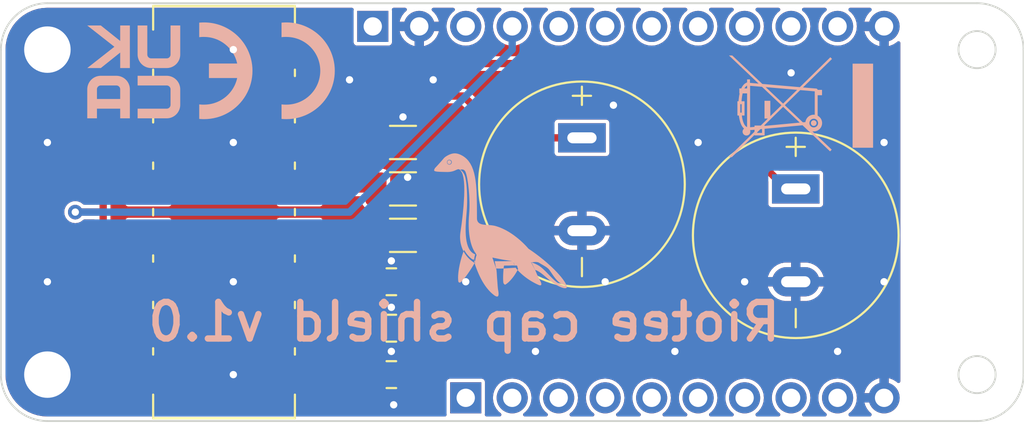
<source format=kicad_pcb>
(kicad_pcb (version 20240108) (generator "pcbnew") (generator_version "8.0")
  (layers (0 "F.Cu" signal) (31 "B.Cu" signal) (34 "B.Paste" user) (35 "F.Paste" user) (36 "B.SilkS" user "B.Silkscreen") (37 "F.SilkS" user "F.Silkscreen") (38 "B.Mask" user) (39 "F.Mask" user) (44 "Edge.Cuts" user))
  (net 0 "")
  (net 1 "GND")
  (net 2 "Net-(C1-Pad1)")
  (net 3 "Net-(C2-Pad1)")
  (net 4 "Net-(C3-Pad1)")
  (net 5 "Net-(C4-Pad1)")
  (net 6 "Net-(C5-Pad1)")
  (net 7 "Net-(C6-Pad1)")
  (net 8 "Net-(C7-Pad1)")
  (net 11 "Net-(J1-Pin_4)")
  (net 27 "Net-(C8-Pad1)")
  (footprint "riotee:KM_FG0H103ZF" (layer "F.Cu") (at 209.55 60.706 -90)
    (property "Reference" "C7" (hide yes))
    (property "Value" "10m" (hide yes))
  )
  (footprint "riotee:KM_FG0H103ZF" (layer "F.Cu") (at 221.234 63.5 -90)
    (property "Reference" "C8" (hide yes))
    (property "Value" "220m" (hide yes))
  )
  (footprint "riotee:PinSocket_1x12_P2.54mm_Vertical" (layer "F.Cu") (at 198.12 52.07 90)
    (property "Reference" "J1" (hide yes))
    (property "Value" "Conn_01x12" (hide yes))
  )
  (footprint "riotee:TE_1-1825058-9" (layer "F.Cu") (at 189.992 62.23 180)
    (property "Reference" "SW1" (hide yes))
    (property "Value" "SW_DIP_x08" (hide yes))
  )
  (footprint "Capacitor_SMD:C_1206_3216Metric" (layer "F.Cu") (at 199.771 58.42)
    (property "Reference" "C6" (hide yes))
    (property "Value" "220u" (hide yes))
  )
  (footprint "Capacitor_SMD:C_1206_3216Metric" (layer "F.Cu") (at 199.771 63.5)
    (property "Reference" "C4" (hide yes))
    (property "Value" "220u" (hide yes))
  )
  (footprint "Capacitor_SMD:C_0805_2012Metric" (layer "F.Cu") (at 199.136 68.58)
    (property "Reference" "C2" (hide yes))
    (property "Value" "47u" (hide yes))
  )
  (footprint "Capacitor_SMD:C_1206_3216Metric" (layer "F.Cu") (at 199.771 60.96)
    (property "Reference" "C5" (hide yes))
    (property "Value" "220u" (hide yes))
  )
  (footprint "Capacitor_SMD:C_0805_2012Metric" (layer "F.Cu") (at 199.136 66.04)
    (property "Reference" "C3" (hide yes))
    (property "Value" "47u" (hide yes))
  )
  (footprint "riotee:PinSocket_1x10_P2.54mm_Vertical" (layer "F.Cu") (at 203.2 72.39 90)
    (property "Reference" "J2" (hide yes))
    (property "Value" "Conn_01x10" (hide yes))
  )
  (footprint "Capacitor_SMD:C_0805_2012Metric" (layer "F.Cu") (at 199.136 71.12)
    (property "Reference" "C1" (hide yes))
    (property "Value" "47u" (hide yes))
  )
  (gr_poly (pts (xy 193.365992 51.851884) (xy 193.332869 51.852507) (xy 193.299759 51.853543) (xy 193.266666 51.854995) (xy 193.233593 51.85686) (xy 193.200546 51.859139) (xy 193.167526 51.861833) (xy 193.13454 51.864939) (xy 193.13454 52.658689) (xy 193.167482 52.654961) (xy 193.200477 52.651823) (xy 193.233517 52.649276) (xy 193.266595 52.647321) (xy 193.299702 52.645959) (xy 193.332831 52.645188) (xy 193.365974 52.645011) (xy 193.399124 52.645427) (xy 193.522544 52.649531) (xy 193.64445 52.661714) (xy 193.764503 52.681781) (xy 193.882365 52.709538) (xy 193.9977 52.744788) (xy 194.11017 52.787339) (xy 194.219437 52.836994) (xy 194.325165 52.893559) (xy 194.427016 52.956839) (xy 194.524653 53.02664) (xy 194.617737 53.102767) (xy 194.705933 53.185025) (xy 194.788902 53.273218) (xy 194.866306 53.367154) (xy 194.93781 53.466635) (xy 195.003075 53.571469) (xy 195.061231 53.680406) (xy 195.111633 53.792071) (xy 195.15428 53.906073) (xy 195.189174 54.022023) (xy 195.216313 54.139532) (xy 195.235699 54.258209) (xy 195.24733 54.377665) (xy 195.251207 54.497511) (xy 195.24733 54.617356) (xy 195.235699 54.736812) (xy 195.216313 54.855489) (xy 195.189174 54.972998) (xy 195.15428 55.088948) (xy 195.111633 55.20295) (xy 195.061231 55.314615) (xy 195.003075 55.423552) (xy 194.971243 55.476626) (xy 194.93781 55.528386) (xy 194.902817 55.578808) (xy 194.866306 55.627867) (xy 194.82832 55.67554) (xy 194.788901 55.721802) (xy 194.748091 55.766629) (xy 194.705933 55.809996) (xy 194.662467 55.851879) (xy 194.617737 55.892254) (xy 194.571785 55.931095) (xy 194.524653 55.96838) (xy 194.476382 56.004084) (xy 194.427016 56.038181) (xy 194.376596 56.070649) (xy 194.325165 56.101462) (xy 194.272765 56.130596) (xy 194.219437 56.158027) (xy 194.165225 56.18373) (xy 194.11017 56.207682) (xy 194.054314 56.229857) (xy 193.9977 56.250232) (xy 193.940369 56.268782) (xy 193.882365 56.285483) (xy 193.823729 56.30031) (xy 193.764503 56.313239) (xy 193.704729 56.324246) (xy 193.64445 56.333306) (xy 193.583708 56.340395) (xy 193.522545 56.345489) (xy 193.461003 56.348563) (xy 193.399124 56.349593) (xy 193.365975 56.350009) (xy 193.332831 56.349832) (xy 193.299702 56.349062) (xy 193.266595 56.347699) (xy 193.233517 56.345744) (xy 193.200477 56.343198) (xy 193.167482 56.34006) (xy 193.13454 56.336331) (xy 193.13454 57.130081) (xy 193.167527 57.133188) (xy 193.200546 57.135881) (xy 193.233594 57.13816) (xy 193.266666 57.140026) (xy 193.299759 57.141477) (xy 193.33287 57.142514) (xy 193.365992 57.143136) (xy 193.399124 57.143343) (xy 193.575439 57.13748) (xy 193.74959 57.120076) (xy 193.921094 57.091408) (xy 194.089469 57.051757) (xy 194.254233 57.001398) (xy 194.414904 56.940612) (xy 194.571001 56.869676) (xy 194.72204 56.788869) (xy 194.867542 56.698468) (xy 195.007022 56.598753) (xy 195.14 56.49) (xy 195.265994 56.372489) (xy 195.384521 56.246498) (xy 195.495099 56.112305) (xy 195.597247 55.970189) (xy 195.690483 55.820427) (xy 195.773562 55.664801) (xy 195.845565 55.50528) (xy 195.90649 55.34242) (xy 195.956338 55.176777) (xy 195.995109 55.008908) (xy 196.022802 54.83937) (xy 196.039418 54.668718) (xy 196.044957 54.49751) (xy 196.039418 54.326302) (xy 196.022802 54.15565) (xy 195.995109 53.986112) (xy 195.956338 53.818243) (xy 195.90649 53.6526) (xy 195.845565 53.489739) (xy 195.773562 53.330218) (xy 195.690482 53.174593) (xy 195.645009 53.098774) (xy 195.597247 53.024831) (xy 195.547257 52.9528) (xy 195.495099 52.882715) (xy 195.440833 52.81461) (xy 195.38452 52.748522) (xy 195.32622 52.684483) (xy 195.265993 52.622531) (xy 195.2039 52.562698) (xy 195.14 52.50502) (xy 195.074354 52.449531) (xy 195.007022 52.396267) (xy 194.938064 52.345263) (xy 194.867541 52.296552) (xy 194.795513 52.25017) (xy 194.72204 52.206151) (xy 194.647182 52.164531) (xy 194.571 52.125344) (xy 194.493554 52.088624) (xy 194.414904 52.054408) (xy 194.33511 52.022729) (xy 194.254232 51.993622) (xy 194.172332 51.967122) (xy 194.089468 51.943264) (xy 194.005702 51.922082) (xy 193.921093 51.903612) (xy 193.835703 51.887888) (xy 193.74959 51.874945) (xy 193.662815 51.864817) (xy 193.575439 51.85754) (xy 193.487522 51.853149) (xy 193.399124 51.851677)) (fill solid) (layer "B.SilkS"))
  (gr_poly (pts (xy 222.062734 57.365705) (xy 222.06333 57.373547) (xy 222.064312 57.381276) (xy 222.06567 57.388881) (xy 222.067395 57.396353) (xy 222.069476 57.403681) (xy 222.071904 57.410857) (xy 222.07467 57.41787) (xy 222.077763 57.424711) (xy 222.081173 57.43137) (xy 222.084892 57.437837) (xy 222.088909 57.444103) (xy 222.093215 57.450158) (xy 222.0978 57.455992) (xy 222.102654 57.461596) (xy 222.107768 57.46696) (xy 222.113132 57.472074) (xy 222.118736 57.476928) (xy 222.12457 57.481513) (xy 222.130625 57.485819) (xy 222.136891 57.489836) (xy 222.143358 57.493555) (xy 222.150017 57.496965) (xy 222.156858 57.500058) (xy 222.163871 57.502823) (xy 222.171047 57.505252) (xy 222.178375 57.507333) (xy 222.185847 57.509057) (xy 222.193452 57.510416) (xy 222.201181 57.511398) (xy 222.209023 57.511994) (xy 222.21697 57.512195) (xy 222.224917 57.511994) (xy 222.23276 57.511398) (xy 222.240488 57.510416) (xy 222.248093 57.509057) (xy 222.255564 57.507333) (xy 222.262892 57.505252) (xy 222.270067 57.502823) (xy 222.27708 57.500058) (xy 222.283921 57.496965) (xy 222.290579 57.493555) (xy 222.297046 57.489836) (xy 222.303311 57.485819) (xy 222.309366 57.481513) (xy 222.315199 57.476928) (xy 222.320803 57.472074) (xy 222.326165 57.46696) (xy 222.331279 57.461596) (xy 222.336132 57.455992) (xy 222.340716 57.450158) (xy 222.345022 57.444103) (xy 222.349038 57.437837) (xy 222.352757 57.43137) (xy 222.356167 57.424711) (xy 222.359259 57.41787) (xy 222.362024 57.410857) (xy 222.364452 57.403681) (xy 222.366533 57.396353) (xy 222.368257 57.388881) (xy 222.369615 57.381276) (xy 222.370597 57.373547) (xy 222.371193 57.365705) (xy 222.371394 57.357758) (xy 222.371193 57.349811) (xy 222.370597 57.341968) (xy 222.369615 57.33424) (xy 222.368257 57.326635) (xy 222.366533 57.319163) (xy 222.364452 57.311835) (xy 222.362024 57.304659) (xy 222.359259 57.297646) (xy 222.356167 57.290805) (xy 222.352757 57.284146) (xy 222.349038 57.277678) (xy 222.345022 57.271412) (xy 222.340716 57.265357) (xy 222.336132 57.259523) (xy 222.331278 57.253919) (xy 222.326165 57.248556) (xy 222.320802 57.243442) (xy 222.315199 57.238588) (xy 222.309366 57.234003) (xy 222.303311 57.229697) (xy 222.297046 57.22568) (xy 222.290579 57.221961) (xy 222.28392 57.21855) (xy 222.27708 57.215457) (xy 222.270067 57.212692) (xy 222.262892 57.210264) (xy 222.255564 57.208183) (xy 222.248093 57.206458) (xy 222.240488 57.2051) (xy 222.23276 57.204118) (xy 222.224917 57.203521) (xy 222.21697 57.20332) (xy 222.209023 57.203521) (xy 222.201181 57.204118) (xy 222.193452 57.2051) (xy 222.185847 57.206458) (xy 222.178376 57.208183) (xy 222.171047 57.210264) (xy 222.163871 57.212692) (xy 222.156858 57.215457) (xy 222.150017 57.21855) (xy 222.143358 57.221961) (xy 222.136891 57.22568) (xy 222.130625 57.229697) (xy 222.12457 57.234003) (xy 222.118736 57.238588) (xy 222.113132 57.243442) (xy 222.107768 57.248556) (xy 222.102654 57.253919) (xy 222.0978 57.259523) (xy 222.093215 57.265357) (xy 222.088909 57.271412) (xy 222.084892 57.277678) (xy 222.081173 57.284146) (xy 222.077763 57.290805) (xy 222.07467 57.297646) (xy 222.071904 57.304659) (xy 222.069476 57.311835) (xy 222.067395 57.319163) (xy 222.06567 57.326635) (xy 222.064312 57.33424) (xy 222.06333 57.341968) (xy 222.062734 57.349811) (xy 222.062533 57.357758)) (fill solid) (layer "B.SilkS"))
  (gr_poly (pts (xy 184.3175 52.865833) (xy 183.259167 52.019167) (xy 182.518334 52.019167) (xy 184 53.183333) (xy 182.518334 54.3475) (xy 183.259167 54.3475) (xy 184.3175 53.500833) (xy 184.3175 54.3475) (xy 184.846667 54.3475) (xy 184.846667 52.019167) (xy 184.3175 52.019167)) (fill solid) (layer "B.SilkS"))
  (gr_poly (pts (xy 202.633103 59.015615) (xy 202.676112 59.01942) (xy 202.719385 59.026248) (xy 202.763084 59.036091) (xy 202.807372 59.048941) (xy 202.852412 59.064792) (xy 202.898366 59.083634) (xy 202.945398 59.105461) (xy 203.024001 59.147456) (xy 203.097694 59.194028) (xy 203.166635 59.245117) (xy 203.230983 59.300664) (xy 203.290897 59.360609) (xy 203.346536 59.424895) (xy 203.445626 59.566249) (xy 203.529523 59.724254) (xy 203.599498 59.898436) (xy 203.656822 60.088322) (xy 203.702768 60.29344) (xy 203.738606 60.513317) (xy 203.765607 60.74748) (xy 203.785042 60.995455) (xy 203.798183 61.256771) (xy 203.810668 61.817533) (xy 203.813231 62.425982) (xy 203.813231 62.558273) (xy 203.814068 62.589095) (xy 203.816544 62.6181) (xy 203.820609 62.645346) (xy 203.826213 62.670892) (xy 203.833304 62.694796) (xy 203.841834 62.717118) (xy 203.851752 62.737916) (xy 203.863006 62.757248) (xy 203.875547 62.775174) (xy 203.889325 62.791751) (xy 203.904289 62.807038) (xy 203.920388 62.821095) (xy 203.937572 62.833979) (xy 203.955791 62.845749) (xy 203.974995 62.856464) (xy 203.995133 62.866182) (xy 204.038008 62.882864) (xy 204.084016 62.896263) (xy 204.132752 62.906848) (xy 204.183814 62.915089) (xy 204.236797 62.921453) (xy 204.291301 62.926411) (xy 204.403253 62.933982) (xy 204.50921 62.940803) (xy 204.562545 62.945283) (xy 204.615911 62.950849) (xy 204.669153 62.957779) (xy 204.722117 62.966352) (xy 204.774646 62.976847) (xy 204.800699 62.982903) (xy 204.826586 62.989544) (xy 204.921107 63.0182) (xy 205.014106 63.050395) (xy 205.105488 63.085839) (xy 205.195157 63.124244) (xy 205.283019 63.165319) (xy 205.368977 63.208775) (xy 205.452936 63.254322) (xy 205.534801 63.30167) (xy 205.614476 63.350529) (xy 205.691866 63.400611) (xy 205.766875 63.451624) (xy 205.839408 63.50328) (xy 205.976663 63.60736) (xy 206.10287 63.710534) (xy 206.217262 63.810482) (xy 206.319079 63.904889) (xy 206.407554 63.991435) (xy 206.481926 64.067804) (xy 206.585305 64.180738) (xy 206.623107 64.225148) (xy 206.623347 64.225396) (xy 206.623573 64.225644) (xy 206.623785 64.22589) (xy 206.623985 64.226135) (xy 206.624173 64.226378) (xy 206.624351 64.226619) (xy 206.624678 64.227091) (xy 206.625752 64.228786) (xy 206.625877 64.228968) (xy 206.626002 64.229142) (xy 206.626129 64.229307) (xy 206.626259 64.229463) (xy 206.626393 64.229609) (xy 206.626531 64.229745) (xy 206.626676 64.229871) (xy 206.626827 64.229985) (xy 206.626986 64.230088) (xy 206.627154 64.230178) (xy 206.627332 64.230256) (xy 206.62752 64.230321) (xy 206.62772 64.230372) (xy 206.627932 64.230409) (xy 206.628158 64.230432) (xy 206.628398 64.23044) (xy 206.8427 64.377287) (xy 207.047763 64.525523) (xy 207.243151 64.674238) (xy 207.428432 64.822528) (xy 207.603171 64.969484) (xy 207.766933 65.1142) (xy 207.919286 65.255769) (xy 208.059794 65.393283) (xy 208.188024 65.525837) (xy 208.303541 65.652523) (xy 208.405912 65.772435) (xy 208.494703 65.884664) (xy 208.569478 65.988305) (xy 208.629805 66.082451) (xy 208.67525 66.166194) (xy 208.705377 66.238627) (xy 208.699732 66.2434) (xy 208.693703 66.247784) (xy 208.687279 66.251766) (xy 208.685834 66.25252) (xy 208.686751 66.252622) (xy 208.690931 66.252729) (xy 208.694872 66.252424) (xy 208.698563 66.251682) (xy 208.701992 66.250475) (xy 208.70515 66.248778) (xy 208.708024 66.246564) (xy 208.711853 66.259214) (xy 208.715341 66.271369) (xy 208.718395 66.283027) (xy 208.71973 66.28867) (xy 208.720922 66.294189) (xy 208.721959 66.299584) (xy 208.722829 66.304855) (xy 208.723521 66.310002) (xy 208.724023 66.315025) (xy 208.724323 66.319924) (xy 208.72441 66.324699) (xy 208.724273 66.32935) (xy 208.723899 66.333876) (xy 208.72362 66.336544) (xy 208.723282 66.33909) (xy 208.722889 66.341519) (xy 208.722441 66.343835) (xy 208.721944 66.34604) (xy 208.721399 66.348137) (xy 208.720809 66.350132) (xy 208.720178 66.352025) (xy 208.719508 66.353822) (xy 208.718802 66.355526) (xy 208.718063 66.357139) (xy 208.717294 66.358666) (xy 208.716498 66.360109) (xy 208.715678 66.361472) (xy 208.714836 66.362759) (xy 208.713977 66.363973) (xy 208.713101 66.365117) (xy 208.712213 66.366194) (xy 208.711315 66.367209) (xy 208.710411 66.368164) (xy 208.708593 66.369908) (xy 208.706783 66.371456) (xy 208.705004 66.372832) (xy 208.70328 66.374065) (xy 208.700086 66.37621) (xy 208.696553 66.378132) (xy 208.692903 66.37993) (xy 208.689145 66.381605) (xy 208.685286 66.383155) (xy 208.681334 66.384581) (xy 208.677297 66.385884) (xy 208.673182 66.387062) (xy 208.668997 66.388116) (xy 208.664751 66.389046) (xy 208.66045 66.389852) (xy 208.656103 66.390535) (xy 208.651717 66.391093) (xy 208.6473 66.391527) (xy 208.64286 66.391837) (xy 208.638404 66.392023) (xy 208.633941 66.392085) (xy 208.597933 66.390178) (xy 208.559573 66.384644) (xy 208.519174 66.37576) (xy 208.477051 66.363808) (xy 208.433517 66.349064) (xy 208.388886 66.331809) (xy 208.343472 66.312322) (xy 208.297589 66.290882) (xy 208.251551 66.267767) (xy 208.205672 66.243257) (xy 208.160266 66.21763) (xy 208.115647 66.191167) (xy 208.030024 66.136845) (xy 207.951316 66.082522) (xy 207.901432 66.045584) (xy 207.852882 66.008274) (xy 207.80551 65.970716) (xy 207.759162 65.933033) (xy 207.668914 65.857793) (xy 207.580899 65.783544) (xy 207.5028 65.717444) (xy 207.426903 65.654601) (xy 207.35268 65.595787) (xy 207.316032 65.568135) (xy 207.279605 65.54178) (xy 207.243332 65.516821) (xy 207.207149 65.493354) (xy 207.170989 65.471477) (xy 207.134786 65.451285) (xy 207.098475 65.432876) (xy 207.06199 65.416346) (xy 207.025264 65.401794) (xy 206.992053 65.390602) (xy 207.096711 65.643314) (xy 207.11425 65.678066) (xy 207.131355 65.712974) (xy 207.165503 65.783874) (xy 207.201635 65.857254) (xy 207.22122 65.895262) (xy 207.242232 65.934356) (xy 207.254114 65.955623) (xy 207.26498 65.97579) (xy 207.274869 65.994887) (xy 207.283821 66.012945) (xy 207.291874 66.029996) (xy 207.299066 66.04607) (xy 207.305436 66.061198) (xy 207.311024 66.075411) (xy 207.315867 66.088741) (xy 207.320005 66.101219) (xy 207.323476 66.112874) (xy 207.32632 66.123739) (xy 207.328574 66.133844) (xy 207.330278 66.143221) (xy 207.331471 66.1519) (xy 207.33219 66.159913) (xy 207.332476 66.167289) (xy 207.332366 66.174062) (xy 207.3319 66.18026) (xy 207.331116 66.185916) (xy 207.330052 66.191061) (xy 207.328749 66.195724) (xy 207.327244 66.199939) (xy 207.325576 66.203734) (xy 207.323784 66.207142) (xy 207.321907 66.210194) (xy 207.319983 66.21292) (xy 207.318052 66.215351) (xy 207.314321 66.219454) (xy 207.311024 66.222751) (xy 207.308384 66.225319) (xy 207.305436 66.227573) (xy 207.3022 66.229524) (xy 207.298694 66.231185) (xy 207.294935 66.232566) (xy 207.290944 66.233681) (xy 207.286737 66.234539) (xy 207.282333 66.235154) (xy 207.273009 66.235696) (xy 207.26312 66.235402) (xy 207.252812 66.234363) (xy 207.242232 66.232673) (xy 207.231529 66.230425) (xy 207.220848 66.227712) (xy 207.210339 66.224627) (xy 207.200147 66.221263) (xy 207.19042 66.217713) (xy 207.181305 66.214069) (xy 207.172951 66.210426) (xy 207.165503 66.206876) (xy 207.056223 66.155778) (xy 206.950699 66.101947) (xy 206.849028 66.045752) (xy 206.751306 65.987561) (xy 206.65763 65.927742) (xy 206.568098 65.866664) (xy 206.482805 65.804694) (xy 206.401849 65.742201) (xy 206.325328 65.679553) (xy 206.253337 65.617119) (xy 206.185973 65.555265) (xy 206.123334 65.494361) (xy 206.065517 65.434775) (xy 206.033205 65.399409) (xy 206.023537 65.417716) (xy 206.01792 65.428377) (xy 206.014566 65.434294) (xy 205.974265 65.506306) (xy 205.932886 65.575443) (xy 205.890655 65.641618) (xy 205.847796 65.704747) (xy 205.804534 65.764745) (xy 205.761093 65.821526) (xy 205.717699 65.875004) (xy 205.674577 65.925096) (xy 205.63195 65.971714) (xy 205.590044 66.014775) (xy 205.549084 66.054192) (xy 205.509295 66.089881) (xy 205.4709 66.121757) (xy 205.434126 66.149733) (xy 205.399197 66.173725) (xy 205.366337 66.193647) (xy 205.364322 66.194577) (xy 205.362249 66.195378) (xy 205.360122 66.196048) (xy 205.357945 66.196582) (xy 205.355721 66.196977) (xy 205.353454 66.197228) (xy 205.351149 66.197332) (xy 205.348809 66.197285) (xy 205.346437 66.197083) (xy 205.344039 66.196722) (xy 205.341617 66.196198) (xy 205.339176 66.195507) (xy 205.33672 66.194646) (xy 205.334251 66.193611) (xy 205.331775 66.192397) (xy 205.329295 66.191002) (xy 205.323289 66.187632) (xy 205.317214 66.183519) (xy 205.311122 66.178723) (xy 205.30507 66.173307) (xy 205.29911 66.167334) (xy 205.293298 66.160864) (xy 205.287687 66.15396) (xy 205.282332 66.146684) (xy 205.277287 66.139098) (xy 205.272607 66.131263) (xy 205.268345 66.123243) (xy 205.264555 66.115099) (xy 205.261293 66.106893) (xy 205.258612 66.098687) (xy 205.256567 66.090542) (xy 205.255212 66.082522) (xy 205.249989 66.038258) (xy 205.246169 65.987494) (xy 205.242396 65.870483) (xy 205.243213 65.73952) (xy 205.247936 65.602634) (xy 205.255884 65.467857) (xy 205.266374 65.343219) (xy 205.269933 65.312541) (xy 205.332602 65.309608) (xy 205.475064 65.301133) (xy 205.615045 65.291418) (xy 205.693097 65.28592) (xy 205.769165 65.281165) (xy 205.919316 65.272897) (xy 205.908274 65.252805) (xy 205.897953 65.231349) (xy 205.88833 65.208715) (xy 205.883522 65.196022) (xy 205.878036 65.184148) (xy 205.871001 65.167403) (xy 205.864158 65.1499) (xy 205.836965 65.148874) (xy 205.79692 65.147288) (xy 205.756473 65.146352) (xy 205.715344 65.146595) (xy 205.694436 65.147323) (xy 205.673253 65.148543) (xy 205.631054 65.150946) (xy 205.584701 65.152388) (xy 205.484738 65.153504) (xy 205.383783 65.154124) (xy 205.336189 65.154946) (xy 205.292254 65.156481) (xy 205.285385 65.192838) (xy 205.278725 65.23675) (xy 205.269933 65.312541) (xy 205.260286 65.312993) (xy 205.187164 65.315602) (xy 205.113174 65.317282) (xy 205.038254 65.317876) (xy 204.996003 65.317421) (xy 204.952264 65.316223) (xy 204.859903 65.312645) (xy 204.865735 65.332561) (xy 204.872129 65.360613) (xy 204.877632 65.391253) (xy 204.882356 65.424288) (xy 204.889916 65.49677) (xy 204.895709 65.576507) (xy 204.90559 65.751545) (xy 204.911475 65.843746) (xy 204.919191 65.937001) (xy 204.925702 66.013999) (xy 204.931593 66.093106) (xy 204.943003 66.251194) (xy 204.949267 66.326952) (xy 204.956398 66.398369) (xy 204.964769 66.463832) (xy 204.969537 66.493828) (xy 204.974753 66.52173) (xy 204.978725 66.543307) (xy 204.982218 66.563898) (xy 204.98525 66.583529) (xy 204.987838 66.602222) (xy 204.99 66.62) (xy 204.991752 66.636886) (xy 204.993114 66.652905) (xy 204.994101 66.668078) (xy 204.994732 66.68243) (xy 204.995024 66.695983) (xy 204.994994 66.708762) (xy 204.994659 66.720788) (xy 204.994038 66.732086) (xy 204.993148 66.742678) (xy 204.992005 66.752588) (xy 204.990629 66.76184) (xy 204.989035 66.770456) (xy 204.987241 66.778459) (xy 204.985266 66.785873) (xy 204.983125 66.792722) (xy 204.980838 66.799028) (xy 204.97842 66.804814) (xy 204.97589 66.810104) (xy 204.973265 66.814922) (xy 204.970563 66.81929) (xy 204.9678 66.823232) (xy 204.964995 66.82677) (xy 204.962165 66.829929) (xy 204.959327 66.832731) (xy 204.956499 66.8352) (xy 204.953697 66.837359) (xy 204.950941 66.839231) (xy 204.945588 66.842157) (xy 204.939963 66.844506) (xy 204.934086 66.846302) (xy 204.927981 66.847572) (xy 204.921668 66.848341) (xy 204.91517 66.848637) (xy 204.908508 66.848486) (xy 204.901703 66.847913) (xy 204.894779 66.846944) (xy 204.887757 66.845607) (xy 204.880657 66.843926) (xy 204.873504 66.841929) (xy 204.859119 66.837088) (xy 204.844777 66.831294) (xy 204.830652 66.824755) (xy 204.816918 66.817682) (xy 204.80375 66.810283) (xy 204.791323 66.802768) (xy 204.77981 66.795346) (xy 204.769386 66.788226) (xy 204.752503 66.775731) (xy 204.695641 66.731704) (xy 204.640625 66.685551) (xy 204.587423 66.637424) (xy 204.536005 66.587473) (xy 204.4384 66.482714) (xy 204.347567 66.372489) (xy 204.26326 66.258017) (xy 204.185236 66.140514) (xy 204.11325 66.021197) (xy 204.047058 65.901283) (xy 203.986417 65.781989) (xy 203.931081 65.664533) (xy 203.880807 65.55013) (xy 203.83535 65.439999) (xy 203.757913 65.237417) (xy 203.696816 65.066523) (xy 203.68158 65.020815) (xy 203.68556 65.01361) (xy 203.712691 65.032127) (xy 203.711315 65.005245) (xy 203.71111 64.977308) (xy 203.711438 64.966749) (xy 203.720628 64.950106) (xy 203.719944 64.947637) (xy 203.718008 64.943373) (xy 203.712955 64.933963) (xy 203.712005 64.948504) (xy 203.711438 64.966749) (xy 203.68556 65.01361) (xy 203.677915 65.008392) (xy 203.674661 64.986411) (xy 203.67167 64.962405) (xy 203.669284 64.938988) (xy 203.667464 64.916206) (xy 203.66617 64.894107) (xy 203.665365 64.872736) (xy 203.66501 64.852141) (xy 203.665011 64.851808) (xy 203.660617 64.843936) (xy 203.658278 64.839269) (xy 203.657128 64.836335) (xy 203.653213 64.834006) (xy 203.649399 64.831967) (xy 203.64568 64.830197) (xy 203.642049 64.828676) (xy 203.6385 64.827384) (xy 203.635025 64.8263) (xy 203.631618 64.825405) (xy 203.628272 64.824676) (xy 203.621737 64.823642) (xy 203.615364 64.823033) (xy 203.602889 64.822444) (xy 203.596679 64.822138) (xy 203.590414 64.821607) (xy 203.584041 64.820688) (xy 203.580797 64.820033) (xy 203.577505 64.81922) (xy 203.57416 64.818228) (xy 203.570753 64.817038) (xy 203.567278 64.815628) (xy 203.563729 64.81398) (xy 203.560098 64.812071) (xy 203.556379 64.809883) (xy 203.552565 64.807394) (xy 203.548649 64.804585) (xy 203.514505 64.778447) (xy 203.481501 64.751627) (xy 203.449597 64.724125) (xy 203.418755 64.69594) (xy 203.388937 64.667074) (xy 203.360103 64.637525) (xy 203.332214 64.607295) (xy 203.305233 64.576382) (xy 203.279119 64.544787) (xy 203.253835 64.51251) (xy 203.229342 64.47955) (xy 203.205601 64.445909) (xy 203.182572 64.411586) (xy 203.160218 64.37658) (xy 203.1385 64.340892) (xy 203.117379 64.304522) (xy 203.092418 64.35613) (xy 203.083414 64.377964) (xy 203.05879 64.331529) (xy 203.014522 64.232754) (xy 202.976734 64.130972) (xy 202.94557 64.026519) (xy 202.921173 63.919732) (xy 202.903686 63.81095) (xy 202.893254 63.700509) (xy 202.890018 63.588747) (xy 202.894123 63.476) (xy 202.905712 63.362606) (xy 202.974214 62.882594) (xy 203.029379 62.424012) (xy 203.080668 61.889869) (xy 203.114717 61.332782) (xy 203.121101 61.062077) (xy 203.118164 60.805367) (xy 203.104235 60.569229) (xy 203.077645 60.360242) (xy 203.036722 60.18498) (xy 203.010363 60.112052) (xy 202.979795 60.050023) (xy 202.971453 60.036006) (xy 202.963285 60.022722) (xy 202.955279 60.010159) (xy 202.947425 59.998305) (xy 202.939711 59.987149) (xy 202.932124 59.976678) (xy 202.924653 59.966882) (xy 202.917288 59.957749) (xy 202.910015 59.949267) (xy 202.902823 59.941425) (xy 202.895702 59.93421) (xy 202.888638 59.927612) (xy 202.881621 59.921618) (xy 202.874639 59.916217) (xy 202.86768 59.911397) (xy 202.860733 59.907148) (xy 202.866262 59.90854) (xy 202.872409 59.909297) (xy 202.882449 59.909234) (xy 202.88657 59.910967) (xy 202.899794 59.91735) (xy 202.913979 59.925132) (xy 202.929032 59.934449) (xy 202.944861 59.945436) (xy 202.961371 59.958229) (xy 202.978471 59.972964) (xy 202.996067 59.989776) (xy 203.014066 60.008801) (xy 203.023187 60.019186) (xy 203.032375 60.030175) (xy 203.041616 60.041785) (xy 203.050901 60.054034) (xy 203.060216 60.066937) (xy 203.069551 60.080512) (xy 203.078893 60.094776) (xy 203.088232 60.109746) (xy 203.097555 60.125439) (xy 203.106851 60.141871) (xy 203.116108 60.159061) (xy 203.125315 60.177023) (xy 203.150138 60.237225) (xy 203.172966 60.313728) (xy 203.193723 60.405161) (xy 203.212338 60.51015) (xy 203.228735 60.627325) (xy 203.242843 60.755314) (xy 203.254585 60.892743) (xy 203.26389 61.038242) (xy 203.270684 61.190438) (xy 203.274892 61.34796) (xy 203.276442 61.509435) (xy 203.275259 61.67349) (xy 203.27127 61.838756) (xy 203.264402 62.003858) (xy 203.25458 62.167425) (xy 203.241732 62.328086) (xy 203.214989 62.65634) (xy 203.197455 62.998515) (xy 203.194554 63.170337) (xy 203.196851 63.340257) (xy 203.205309 63.506478) (xy 203.220896 63.667208) (xy 203.244574 63.820652) (xy 203.277311 63.965014) (xy 203.32007 64.098502) (xy 203.345509 64.160606) (xy 203.373816 64.219319) (xy 203.405112 64.274416) (xy 203.439516 64.325673) (xy 203.47715 64.372864) (xy 203.518133 64.415767) (xy 203.562588 64.454157) (xy 203.610633 64.487809) (xy 203.662391 64.516499) (xy 203.717981 64.540002) (xy 203.715336 64.550586) (xy 203.710623 64.567205) (xy 203.699461 64.608133) (xy 203.692856 64.633527) (xy 203.686314 64.659975) (xy 203.680392 64.685802) (xy 203.677838 64.697961) (xy 203.675648 64.709336) (xy 203.671855 64.733582) (xy 203.66862 64.762418) (xy 203.666254 64.79547) (xy 203.665493 64.813461) (xy 203.665065 64.832367) (xy 203.665011 64.851808) (xy 203.668167 64.85746) (xy 203.689871 64.894212) (xy 203.701234 64.91341) (xy 203.711079 64.930469) (xy 203.712955 64.933963) (xy 203.713931 64.919017) (xy 203.716819 64.889034) (xy 203.720598 64.858742) (xy 203.725198 64.828325) (xy 203.73055 64.79797) (xy 203.736585 64.767864) (xy 203.743232 64.738191) (xy 203.74934 64.714627) (xy 204.654608 64.714627) (xy 204.739274 64.963335) (xy 204.858337 65.312585) (xy 204.859903 65.312645) (xy 204.858336 65.307293) (xy 204.784253 64.91571) (xy 204.917247 64.917487) (xy 205.225115 64.918025) (xy 205.249526 64.917687) (xy 205.816052 64.917687) (xy 205.816128 64.927616) (xy 205.816576 64.939032) (xy 205.817482 64.951976) (xy 205.818133 64.959033) (xy 205.81893 64.966485) (xy 205.819884 64.974339) (xy 205.821006 64.982599) (xy 205.822306 64.99127) (xy 205.823795 65.000357) (xy 205.825484 65.009864) (xy 205.827383 65.019796) (xy 205.829503 65.030159) (xy 205.831854 65.040956) (xy 205.834448 65.052194) (xy 205.837295 65.063876) (xy 205.843478 65.087093) (xy 205.850048 65.109093) (xy 205.856898 65.129837) (xy 205.863918 65.149287) (xy 205.864158 65.1499) (xy 205.867832 65.150039) (xy 205.871083 65.160656) (xy 205.879381 65.185089) (xy 205.883522 65.196022) (xy 205.891534 65.213366) (xy 205.903544 65.23663) (xy 205.913197 65.253632) (xy 205.921961 65.267605) (xy 205.964733 65.321029) (xy 206.012617 65.376875) (xy 206.033205 65.399409) (xy 206.03871 65.388984) (xy 206.046838 65.374323) (xy 206.050726 65.367665) (xy 206.054378 65.36174) (xy 206.057704 65.35676) (xy 206.060615 65.352939) (xy 206.063023 65.350491) (xy 206.064009 65.349847) (xy 206.064837 65.349627) (xy 206.060025 65.341236) (xy 206.055484 65.331116) (xy 206.051175 65.319524) (xy 206.04706 65.306715) (xy 206.039257 65.278468) (xy 206.031764 65.248424) (xy 206.024271 65.218627) (xy 206.020427 65.204461) (xy 206.016468 65.191125) (xy 206.012353 65.178874) (xy 206.008044 65.167963) (xy 206.003503 65.15865) (xy 206.001133 65.154672) (xy 205.998691 65.151189) (xy 205.977973 65.151944) (xy 205.957469 65.152269) (xy 205.91696 65.151892) (xy 205.867832 65.150039) (xy 205.863413 65.135603) (xy 205.856347 65.110116) (xy 205.849863 65.084382) (xy 205.838546 65.032912) (xy 205.829275 64.982682) (xy 205.827495 64.971273) (xy 206.768627 64.971273) (xy 206.988231 65.389315) (xy 206.992053 65.390602) (xy 206.988232 65.381376) (xy 206.791357 64.974503) (xy 206.781615 64.974072) (xy 206.768627 64.971273) (xy 205.827495 64.971273) (xy 205.827495 64.971272) (xy 206.789794 64.971272) (xy 206.791357 64.974503) (xy 206.798486 64.974818) (xy 206.799015 64.974795) (xy 206.86057 64.998309) (xy 206.912205 65.019362) (xy 206.971034 65.044694) (xy 207.034327 65.073747) (xy 207.066795 65.089494) (xy 207.099357 65.105962) (xy 207.13167 65.123081) (xy 207.163394 65.140781) (xy 207.194188 65.158994) (xy 207.223711 65.177647) (xy 207.257443 65.200846) (xy 207.292027 65.226564) (xy 207.327262 65.254468) (xy 207.362948 65.284225) (xy 207.398881 65.315501) (xy 207.434861 65.347962) (xy 207.506154 65.415111) (xy 207.575214 65.483003) (xy 207.64043 65.548973) (xy 207.752878 65.66448) (xy 207.883474 65.802518) (xy 207.925629 65.845293) (xy 207.971143 65.889815) (xy 208.019797 65.935307) (xy 208.07137 65.980988) (xy 208.12564 66.02608) (xy 208.182386 66.069805) (xy 208.241388 66.111382) (xy 208.302425 66.150032) (xy 208.333638 66.168017) (xy 208.365276 66.184978) (xy 208.397313 66.200818) (xy 208.42972 66.215439) (xy 208.46247 66.228745) (xy 208.495536 66.240638) (xy 208.528889 66.25102) (xy 208.562503 66.259794) (xy 208.575124 66.262463) (xy 208.587199 66.264527) (xy 208.598739 66.266003) (xy 208.609755 66.266904) (xy 208.620261 66.267248) (xy 208.630266 66.267049) (xy 208.639783 66.266323) (xy 208.648823 66.265085) (xy 208.657398 66.263352) (xy 208.665519 66.261137) (xy 208.673199 66.258458) (xy 208.680448 66.255329) (xy 208.685834 66.25252) (xy 208.682344 66.252129) (xy 208.67772 66.251277) (xy 208.672891 66.250092) (xy 208.667868 66.248599) (xy 208.657282 66.244797) (xy 208.646054 66.24008) (xy 208.634271 66.234658) (xy 208.609399 66.222535) (xy 208.58338 66.210101) (xy 208.570163 66.204292) (xy 208.556927 66.199032) (xy 208.54376 66.194532) (xy 208.537231 66.192633) (xy 208.530752 66.191002) (xy 208.497169 66.181514) (xy 208.463904 66.169053) (xy 208.430981 66.153805) (xy 208.398424 66.135961) (xy 208.366257 66.115708) (xy 208.334503 66.093234) (xy 208.303185 66.068729) (xy 208.272329 66.04238) (xy 208.212093 65.984906) (xy 208.153984 65.92232) (xy 208.098194 65.85613) (xy 208.044911 65.787842) (xy 207.994326 65.718966) (xy 207.946628 65.651009) (xy 207.860653 65.523879) (xy 207.788508 65.418517) (xy 207.758096 65.377767) (xy 207.731711 65.346981) (xy 207.706558 65.32222) (xy 207.679817 65.298462) (xy 207.651634 65.275596) (xy 207.622157 65.253509) (xy 207.591532 65.232088) (xy 207.559907 65.211222) (xy 207.494247 65.170702) (xy 207.357408 65.091369) (xy 207.288585 65.050756) (xy 207.254589 65.02982) (xy 207.221065 65.008314) (xy 207.206431 64.999422) (xy 207.191334 64.991562) (xy 207.175825 64.98468) (xy 207.159952 64.978724) (xy 207.143766 64.97364) (xy 207.127315 64.969375) (xy 207.093817 64.963087) (xy 207.059854 64.959435) (xy 207.025821 64.957992) (xy 206.992114 64.958331) (xy 206.959127 64.960028) (xy 206.896899 64.965784) (xy 206.842297 64.971851) (xy 206.818845 64.973935) (xy 206.799015 64.974795) (xy 206.789794 64.971272) (xy 205.827495 64.971272) (xy 205.821865 64.935181) (xy 205.817009 64.898538) (xy 205.816674 64.902141) (xy 205.816262 64.909209) (xy 205.816052 64.917687) (xy 205.249526 64.917687) (xy 205.401916 64.915581) (xy 205.571182 64.910129) (xy 205.715829 64.90077) (xy 205.756288 64.896269) (xy 205.770383 64.896447) (xy 205.816129 64.891897) (xy 205.817009 64.898538) (xy 205.817203 64.896445) (xy 205.817762 64.892082) (xy 205.818267 64.889014) (xy 205.818774 64.886606) (xy 205.773582 64.894345) (xy 205.756288 64.896269) (xy 205.709246 64.895675) (xy 205.63525 64.890275) (xy 205.550925 64.880942) (xy 205.361412 64.853249) (xy 205.160954 64.818145) (xy 204.80819 64.747906) (xy 204.654608 64.714627) (xy 203.74934 64.714627) (xy 203.758084 64.680892) (xy 203.774548 64.627562) (xy 203.78321 64.60285) (xy 203.792066 64.579689) (xy 203.747087 64.487085) (xy 203.716266 64.446598) (xy 203.686799 64.403576) (xy 203.63189 64.310274) (xy 203.582283 64.207863) (xy 203.537901 64.097031) (xy 203.498665 63.978463) (xy 203.4645 63.852844) (xy 203.435326 63.720862) (xy 203.411066 63.583202) (xy 203.391644 63.44055) (xy 203.37698 63.293592) (xy 203.366999 63.143014) (xy 203.361622 62.989502) (xy 203.360772 62.833742) (xy 203.364371 62.67642) (xy 203.372342 62.518223) (xy 203.384608 62.359835) (xy 203.396476 62.197471) (xy 203.403527 62.028181) (xy 203.406089 61.853907) (xy 203.404493 61.67659) (xy 203.390142 61.320596) (xy 203.36311 60.975734) (xy 203.326033 60.657536) (xy 203.281544 60.381537) (xy 203.257345 60.264217) (xy 203.232281 60.163272) (xy 203.206683 60.080643) (xy 203.180879 60.018273) (xy 203.171505 60.00078) (xy 203.161761 59.984963) (xy 203.15168 59.970743) (xy 203.141295 59.958044) (xy 203.130638 59.946788) (xy 203.119743 59.9369) (xy 203.108643 59.928301) (xy 203.09737 59.920914) (xy 203.085957 59.914663) (xy 203.074438 59.909471) (xy 203.062846 59.90526) (xy 203.051212 59.901954) (xy 203.039571 59.899475) (xy 203.027955 59.897747) (xy 203.016398 59.896692) (xy 203.004931 59.896234) (xy 202.982402 59.896798) (xy 202.960634 59.898823) (xy 202.92043 59.904791) (xy 202.902521 59.907502) (xy 202.886426 59.90921) (xy 202.882449 59.909234) (xy 202.8744 59.905848) (xy 202.863377 59.901857) (xy 202.859438 59.899469) (xy 202.855553 59.897263) (xy 202.851715 59.895235) (xy 202.847916 59.893382) (xy 202.844147 59.891699) (xy 202.840402 59.890183) (xy 202.836672 59.88883) (xy 202.83295 59.887636) (xy 202.829228 59.886596) (xy 202.825498 59.885708) (xy 202.821753 59.884967) (xy 202.817985 59.88437) (xy 202.814185 59.883912) (xy 202.810347 59.883589) (xy 202.806462 59.883399) (xy 202.802523 59.883336) (xy 202.795515 59.88355) (xy 202.788374 59.884178) (xy 202.781094 59.885202) (xy 202.773667 59.886602) (xy 202.766085 59.888358) (xy 202.75834 59.890452) (xy 202.750424 59.892863) (xy 202.74233 59.895573) (xy 202.725577 59.90181) (xy 202.708017 59.909009) (xy 202.689589 59.917014) (xy 202.670231 59.925669) (xy 202.630027 59.94433) (xy 202.584242 59.963827) (xy 202.532007 59.983015) (xy 202.5032 59.992134) (xy 202.472455 60.000745) (xy 202.439664 60.008705) (xy 202.404718 60.01587) (xy 202.367508 60.022098) (xy 202.327927 60.027244) (xy 202.285865 60.031166) (xy 202.241214 60.03372) (xy 202.193865 60.034761) (xy 202.143711 60.034148) (xy 202.000836 60.031503) (xy 201.891509 60.028542) (xy 201.793965 60.025177) (xy 201.749727 60.023141) (xy 201.708574 60.020759) (xy 201.670553 60.017951) (xy 201.635711 60.014635) (xy 201.604092 60.010731) (xy 201.575745 60.006155) (xy 201.550716 60.000828) (xy 201.53946 59.997857) (xy 201.529051 59.994668) (xy 201.519494 59.99125) (xy 201.510796 59.987593) (xy 201.502962 59.983687) (xy 201.495998 59.979521) (xy 201.48991 59.975087) (xy 201.484704 59.970373) (xy 201.480386 59.965369) (xy 201.476961 59.960065) (xy 201.474821 59.955322) (xy 201.473359 59.950024) (xy 201.472571 59.944177) (xy 201.472454 59.937782) (xy 201.473004 59.930845) (xy 201.474217 59.92337) (xy 201.476088 59.915359) (xy 201.478614 59.906818) (xy 201.481792 59.897749) (xy 201.485616 59.888157) (xy 201.490085 59.878046) (xy 201.495192 59.86742) (xy 201.500935 59.856281) (xy 201.50731 59.844636) (xy 201.514313 59.832486) (xy 201.52194 59.819836) (xy 201.699211 59.628675) (xy 201.817552 59.497043) (xy 202.172816 59.497043) (xy 202.172957 59.502626) (xy 202.172988 59.503851) (xy 202.173314 59.508135) (xy 202.173499 59.51057) (xy 202.17388 59.513564) (xy 202.17434 59.51719) (xy 202.174647 59.518906) (xy 202.175504 59.523705) (xy 202.175608 59.524154) (xy 202.176796 59.529302) (xy 202.176981 59.530105) (xy 202.178184 59.534342) (xy 202.178764 59.536383) (xy 202.17974 59.539268) (xy 202.180844 59.54253) (xy 202.181452 59.544074) (xy 202.183212 59.548537) (xy 202.183309 59.548751) (xy 202.185363 59.553294) (xy 202.185862 59.554397) (xy 202.187551 59.557695) (xy 202.188783 59.560102) (xy 202.189845 59.561948) (xy 202.191968 59.565642) (xy 202.192228 59.566046) (xy 202.192358 59.566249) (xy 202.194751 59.569982) (xy 202.195409 59.571009) (xy 202.197359 59.57375) (xy 202.199098 59.576196) (xy 202.199998 59.577342) (xy 202.202678 59.580751) (xy 202.203025 59.581193) (xy 202.205432 59.583972) (xy 202.207183 59.585993) (xy 202.208139 59.586996) (xy 202.210829 59.589818) (xy 202.211563 59.590588) (xy 202.213495 59.59243) (xy 202.216008 59.594825) (xy 202.216158 59.594968) (xy 202.218501 59.596998) (xy 202.220743 59.59894) (xy 202.220958 59.599126) (xy 202.222892 59.600646) (xy 202.224752 59.602107) (xy 202.225956 59.603053) (xy 202.226329 59.603319) (xy 202.22767 59.604273) (xy 202.22864 59.604963) (xy 202.229229 59.605381) (xy 202.229428 59.605523) (xy 202.231142 59.606742) (xy 202.23651 59.610183) (xy 202.24205 59.613368) (xy 202.247754 59.61629) (xy 202.253614 59.618939) (xy 202.259621 59.621308) (xy 202.265768 59.623388) (xy 202.272046 59.62517) (xy 202.278446 59.626647) (xy 202.284961 59.627811) (xy 202.291582 59.628652) (xy 202.291877 59.628675) (xy 202.2983 59.629163) (xy 202.305108 59.629335) (xy 202.311915 59.629163) (xy 202.318338 59.628675) (xy 202.318634 59.628652) (xy 202.325254 59.627811) (xy 202.331769 59.626647) (xy 202.338169 59.62517) (xy 202.344447 59.623388) (xy 202.350594 59.621308) (xy 202.356602 59.618939) (xy 202.362462 59.61629) (xy 202.368166 59.613368) (xy 202.373706 59.610183) (xy 202.379073 59.606742) (xy 202.380788 59.605523) (xy 202.380986 59.605381) (xy 202.381575 59.604963) (xy 202.382545 59.604273) (xy 202.383887 59.603319) (xy 202.38426 59.603053) (xy 202.385464 59.602107) (xy 202.387324 59.600646) (xy 202.389258 59.599126) (xy 202.389472 59.59894) (xy 202.391715 59.596998) (xy 202.394058 59.594968) (xy 202.394207 59.594825) (xy 202.39672 59.59243) (xy 202.398652 59.590588) (xy 202.399386 59.589818) (xy 202.402076 59.586996) (xy 202.403032 59.585993) (xy 202.404784 59.583972) (xy 202.40719 59.581193) (xy 202.407538 59.580751) (xy 202.410217 59.577342) (xy 202.411118 59.576196) (xy 202.412857 59.57375) (xy 202.414806 59.571009) (xy 202.415464 59.569982) (xy 202.417857 59.566249) (xy 202.417988 59.566046) (xy 202.418247 59.565642) (xy 202.420371 59.561948) (xy 202.421433 59.560102) (xy 202.422665 59.557695) (xy 202.424354 59.554397) (xy 202.424853 59.553294) (xy 202.426907 59.548751) (xy 202.427003 59.548537) (xy 202.428763 59.544074) (xy 202.429372 59.54253) (xy 202.430476 59.539268) (xy 202.431452 59.536383) (xy 202.432031 59.534342) (xy 202.433235 59.530105) (xy 202.43342 59.529302) (xy 202.434608 59.524154) (xy 202.434712 59.523705) (xy 202.435569 59.518906) (xy 202.435875 59.51719) (xy 202.436336 59.513564) (xy 202.436716 59.51057) (xy 202.436902 59.508135) (xy 202.437227 59.503851) (xy 202.437258 59.502626) (xy 202.437399 59.497043) (xy 202.437258 59.491461) (xy 202.437227 59.490236) (xy 202.436902 59.485952) (xy 202.436716 59.483517) (xy 202.436336 59.480523) (xy 202.435875 59.476897) (xy 202.435569 59.475181) (xy 202.434712 59.470382) (xy 202.434608 59.469933) (xy 202.43342 59.464785) (xy 202.433235 59.463982) (xy 202.432031 59.459745) (xy 202.431452 59.457704) (xy 202.431111 59.456695) (xy 202.430476 59.454818) (xy 202.429372 59.451557) (xy 202.428763 59.450013) (xy 202.427003 59.44555) (xy 202.426907 59.445336) (xy 202.424853 59.440793) (xy 202.424354 59.43969) (xy 202.422665 59.436392) (xy 202.421433 59.433985) (xy 202.420371 59.432139) (xy 202.418247 59.428445) (xy 202.417988 59.428041) (xy 202.415971 59.424895) (xy 202.415464 59.424105) (xy 202.414806 59.423078) (xy 202.412857 59.420337) (xy 202.411118 59.417891) (xy 202.410217 59.416745) (xy 202.407538 59.413336) (xy 202.40719 59.412894) (xy 202.404784 59.410115) (xy 202.403032 59.408094) (xy 202.402076 59.407091) (xy 202.399386 59.404269) (xy 202.398652 59.403499) (xy 202.39672 59.401657) (xy 202.394207 59.399262) (xy 202.394058 59.399119) (xy 202.391715 59.397089) (xy 202.389472 59.395147) (xy 202.389258 59.394961) (xy 202.387324 59.393441) (xy 202.385464 59.39198) (xy 202.38426 59.391033) (xy 202.383887 59.390768) (xy 202.382545 59.389814) (xy 202.381575 59.389124) (xy 202.380986 59.388705) (xy 202.380788 59.388564) (xy 202.379073 59.387345) (xy 202.373706 59.383904) (xy 202.368166 59.380719) (xy 202.362462 59.377797) (xy 202.356602 59.375148) (xy 202.350594 59.372779) (xy 202.344447 59.370699) (xy 202.342941 59.370272) (xy 202.338169 59.368917) (xy 202.331769 59.36744) (xy 202.325254 59.366276) (xy 202.318634 59.365435) (xy 202.311915 59.364924) (xy 202.305108 59.364752) (xy 202.2983 59.364924) (xy 202.291582 59.365435) (xy 202.284961 59.366276) (xy 202.278446 59.36744) (xy 202.272046 59.368917) (xy 202.267274 59.370272) (xy 202.265768 59.370699) (xy 202.259621 59.372779) (xy 202.253614 59.375148) (xy 202.247754 59.377797) (xy 202.24205 59.380719) (xy 202.23651 59.383904) (xy 202.231142 59.387345) (xy 202.229428 59.388564) (xy 202.229229 59.388705) (xy 202.22864 59.389124) (xy 202.22767 59.389814) (xy 202.226329 59.390768) (xy 202.225956 59.391033) (xy 202.224752 59.39198) (xy 202.222892 59.393441) (xy 202.220958 59.394961) (xy 202.220743 59.395147) (xy 202.218501 59.397089) (xy 202.216158 59.399119) (xy 202.216008 59.399262) (xy 202.213495 59.401657) (xy 202.211563 59.403499) (xy 202.210829 59.404269) (xy 202.208139 59.407091) (xy 202.207183 59.408094) (xy 202.205432 59.410115) (xy 202.203025 59.412894) (xy 202.202678 59.413336) (xy 202.199998 59.416745) (xy 202.199098 59.417891) (xy 202.197359 59.420337) (xy 202.195409 59.423078) (xy 202.194751 59.424105) (xy 202.194245 59.424895) (xy 202.192228 59.428041) (xy 202.191968 59.428445) (xy 202.189845 59.432139) (xy 202.188783 59.433985) (xy 202.187551 59.436392) (xy 202.185862 59.43969) (xy 202.185363 59.440793) (xy 202.183309 59.445336) (xy 202.183212 59.44555) (xy 202.181452 59.450013) (xy 202.180844 59.451557) (xy 202.17974 59.454818) (xy 202.179105 59.456695) (xy 202.178764 59.457704) (xy 202.178184 59.459745) (xy 202.176981 59.463982) (xy 202.176796 59.464785) (xy 202.175608 59.469933) (xy 202.175504 59.470382) (xy 202.174647 59.475181) (xy 202.17434 59.476897) (xy 202.17388 59.480523) (xy 202.173499 59.483517) (xy 202.173314 59.485952) (xy 202.172988 59.490236) (xy 202.172957 59.491461) (xy 202.172816 59.497043) (xy 201.817552 59.497043) (xy 201.853827 59.456695) (xy 201.928964 59.370272) (xy 201.995544 59.290669) (xy 202.00438 59.280221) (xy 202.014018 59.269715) (xy 202.024455 59.259154) (xy 202.035686 59.248543) (xy 202.047708 59.237885) (xy 202.060517 59.227185) (xy 202.074108 59.216446) (xy 202.088479 59.205672) (xy 202.103625 59.194867) (xy 202.119542 59.184035) (xy 202.136226 59.17318) (xy 202.153674 59.162305) (xy 202.190845 59.140513) (xy 202.231023 59.11869) (xy 202.278985 59.094938) (xy 202.325746 59.074279) (xy 202.371468 59.056706) (xy 202.416314 59.042209) (xy 202.460447 59.030782) (xy 202.50403 59.022417) (xy 202.547225 59.017106) (xy 202.590195 59.014841)) (fill solid) (layer "B.SilkS"))
  (gr_poly (pts (xy 217.742654 59.22217) (xy 218.979753 58.007667) (xy 218.979753 58.032948) (xy 219.533288 58.032948) (xy 219.533288 57.671382) (xy 221.604817 57.478315) (xy 223.108907 58.906469) (xy 223.198826 58.811722) (xy 222.140731 57.808674) (xy 222.150059 57.810138) (xy 222.159448 57.811414) (xy 222.168897 57.8125) (xy 222.178404 57.813393) (xy 222.187967 57.814092) (xy 222.197583 57.814594) (xy 222.207252 57.814896) (xy 222.21697 57.814997) (xy 222.2405 57.814403) (xy 222.263721 57.812637) (xy 222.286604 57.809729) (xy 222.309121 57.805708) (xy 222.331242 57.800603) (xy 222.35294 57.794441) (xy 222.374185 57.787253) (xy 222.394949 57.779066) (xy 222.415202 57.76991) (xy 222.434917 57.759813) (xy 222.454064 57.748803) (xy 222.472615 57.73691) (xy 222.490541 57.724163) (xy 222.507814 57.710589) (xy 222.524404 57.696218) (xy 222.540283 57.681079) (xy 222.555422 57.665199) (xy 222.569792 57.648609) (xy 222.583366 57.631336) (xy 222.596113 57.61341) (xy 222.608005 57.594859) (xy 222.619015 57.575712) (xy 222.629111 57.555997) (xy 222.638267 57.535744) (xy 222.646454 57.51498) (xy 222.653642 57.493736) (xy 222.659803 57.472038) (xy 222.664908 57.449918) (xy 222.668929 57.427402) (xy 222.671836 57.404519) (xy 222.673602 57.381299) (xy 222.674197 57.357771) (xy 222.673053 57.325175) (xy 222.669673 57.293196) (xy 222.664133 57.261912) (xy 222.656511 57.231398) (xy 222.646883 57.201733) (xy 222.635326 57.172993) (xy 222.621918 57.145255) (xy 222.606735 57.118596) (xy 222.589854 57.093093) (xy 222.571352 57.068823) (xy 222.551306 57.045863) (xy 222.529793 57.02429) (xy 222.506889 57.004181) (xy 222.482673 56.985613) (xy 222.45722 56.968663) (xy 222.430608 56.953408) (xy 222.430608 55.835279) (xy 222.669461 55.835279) (xy 222.669461 55.541102) (xy 222.429999 55.541102) (xy 222.429464 55.537877) (xy 222.428771 55.534666) (xy 222.427923 55.531474) (xy 222.426927 55.528305) (xy 222.425786 55.525166) (xy 222.424505 55.522062) (xy 222.42309 55.518997) (xy 222.421545 55.515977) (xy 222.418085 55.510093) (xy 222.414164 55.504452) (xy 222.409819 55.499096) (xy 222.405091 55.494067) (xy 222.400016 55.489408) (xy 222.394634 55.485159) (xy 222.388983 55.481364) (xy 222.386069 55.479649) (xy 222.383102 55.478064) (xy 222.380087 55.476613) (xy 222.377029 55.475301) (xy 222.373933 55.474134) (xy 222.370803 55.473118) (xy 222.367645 55.472256) (xy 222.364463 55.471556) (xy 222.361262 55.471021) (xy 222.358046 55.470657) (xy 221.627968 55.407845) (xy 223.215375 53.849436) (xy 223.12383 53.756276) (xy 221.478743 55.372881) (xy 221.478743 55.554331) (xy 222.271871 55.622554) (xy 222.271871 56.903772) (xy 222.265105 56.903017) (xy 222.258309 56.90236) (xy 222.251485 56.901801) (xy 222.244634 56.901342) (xy 222.237756 56.900983) (xy 222.230852 56.900725) (xy 222.223923 56.90057) (xy 222.21697 56.900518) (xy 222.21697 57.119963) (xy 222.229207 57.120272) (xy 222.241283 57.121191) (xy 222.253183 57.122703) (xy 222.264893 57.124794) (xy 222.276397 57.127449) (xy 222.287681 57.130653) (xy 222.29873 57.134391) (xy 222.309529 57.138649) (xy 222.320062 57.143411) (xy 222.330315 57.148662) (xy 222.340273 57.154387) (xy 222.349921 57.160572) (xy 222.359245 57.167202) (xy 222.368228 57.174261) (xy 222.376856 57.181735) (xy 222.385115 57.189608) (xy 222.392988 57.197866) (xy 222.400462 57.206494) (xy 222.407522 57.215477) (xy 222.414152 57.2248) (xy 222.420337 57.234448) (xy 222.426063 57.244407) (xy 222.431315 57.25466) (xy 222.436077 57.265193) (xy 222.440335 57.275992) (xy 222.444073 57.287041) (xy 222.447278 57.298326) (xy 222.449933 57.309831) (xy 222.452024 57.321542) (xy 222.453537 57.333443) (xy 222.454455 57.34552) (xy 222.454764 57.357758) (xy 222.454455 57.369994) (xy 222.453537 57.38207) (xy 222.452024 57.39397) (xy 222.449933 57.40568) (xy 222.447278 57.417185) (xy 222.444073 57.428469) (xy 222.440335 57.439517) (xy 222.436077 57.450316) (xy 222.431315 57.460849) (xy 222.426063 57.471103) (xy 222.420337 57.481061) (xy 222.414152 57.490709) (xy 222.407522 57.500032) (xy 222.400462 57.509015) (xy 222.392988 57.517643) (xy 222.385115 57.525902) (xy 222.376856 57.533776) (xy 222.368228 57.54125) (xy 222.359245 57.548309) (xy 222.349921 57.554939) (xy 222.340273 57.561124) (xy 222.330315 57.56685) (xy 222.320062 57.572102) (xy 222.309529 57.576864) (xy 222.29873 57.581122) (xy 222.287681 57.584861) (xy 222.276397 57.588065) (xy 222.264893 57.59072) (xy 222.253183 57.592812) (xy 222.241283 57.594324) (xy 222.229207 57.595242) (xy 222.21697 57.595552) (xy 222.204733 57.595242) (xy 222.192656 57.594324) (xy 222.180754 57.592812) (xy 222.169044 57.59072) (xy 222.157539 57.588065) (xy 222.146254 57.584861) (xy 222.135205 57.581122) (xy 222.124406 57.576864) (xy 222.113873 57.572102) (xy 222.103619 57.56685) (xy 222.093661 57.561124) (xy 222.084013 57.554939) (xy 222.07469 57.548309) (xy 222.065707 57.54125) (xy 222.057079 57.533776) (xy 222.048821 57.525902) (xy 222.040947 57.517643) (xy 222.033474 57.509015) (xy 222.026415 57.500032) (xy 222.019785 57.490709) (xy 222.0136 57.481061) (xy 222.007875 57.471103) (xy 222.002623 57.460849) (xy 221.997862 57.450316) (xy 221.993604 57.439517) (xy 221.989866 57.428469) (xy 221.986662 57.417185) (xy 221.984007 57.40568) (xy 221.981916 57.39397) (xy 221.980403 57.38207) (xy 221.979485 57.369994) (xy 221.979176 57.357758) (xy 221.979485 57.34552) (xy 221.980403 57.333443) (xy 221.981916 57.321542) (xy 221.984007 57.309831) (xy 221.986662 57.298326) (xy 221.989866 57.287042) (xy 221.993604 57.275992) (xy 221.997862 57.265194) (xy 222.002623 57.25466) (xy 222.007875 57.244407) (xy 222.0136 57.234449) (xy 222.019785 57.224801) (xy 222.026415 57.215478) (xy 222.033474 57.206495) (xy 222.040947 57.197867) (xy 222.048821 57.189608) (xy 222.057079 57.181735) (xy 222.065707 57.174261) (xy 222.07469 57.167202) (xy 222.084013 57.160572) (xy 222.093661 57.154387) (xy 222.103619 57.148662) (xy 222.113873 57.143411) (xy 222.124406 57.138649) (xy 222.135205 57.134391) (xy 222.146254 57.130653) (xy 222.157539 57.127449) (xy 222.169044 57.124794) (xy 222.180754 57.122703) (xy 222.192656 57.121191) (xy 222.204733 57.120272) (xy 222.21697 57.119963) (xy 222.21697 56.900518) (xy 222.19512 56.901031) (xy 222.173535 56.902554) (xy 222.152236 56.905065) (xy 222.131248 56.90854) (xy 222.110594 56.912956) (xy 222.090295 56.918291) (xy 222.070376 56.924522) (xy 222.050859 56.931625) (xy 222.031767 56.939578) (xy 222.013123 56.948357) (xy 221.994951 56.95794) (xy 221.977272 56.968303) (xy 221.960111 56.979425) (xy 221.943489 56.991281) (xy 221.927431 57.003848) (xy 221.911959 57.017105) (xy 221.897095 57.031027) (xy 221.882864 57.045592) (xy 221.869287 57.060777) (xy 221.856388 57.076559) (xy 221.84419 57.092915) (xy 221.832716 57.109822) (xy 221.821989 57.127257) (xy 221.812031 57.145197) (xy 221.802866 57.163619) (xy 221.794517 57.1825) (xy 221.787007 57.201817) (xy 221.780358 57.221547) (xy 221.774594 57.241667) (xy 221.769738 57.262155) (xy 221.765812 57.282987) (xy 221.762839 57.30414) (xy 221.622332 57.317237) (xy 220.635728 56.381948) (xy 221.478743 55.554331) (xy 221.478743 55.372881) (xy 221.458039 55.393226) (xy 219.591457 55.232663) (xy 219.591457 55.391996) (xy 221.308947 55.539739) (xy 220.544499 56.290945) (xy 220.544499 56.471509) (xy 221.451914 57.333112) (xy 219.533288 57.511917) (xy 219.533288 57.494283) (xy 219.502676 57.494283) (xy 220.544499 56.471509) (xy 220.544499 56.290945) (xy 220.542158 56.293246) (xy 219.591457 55.391996) (xy 219.591457 55.232663) (xy 219.406606 55.216762) (xy 217.763874 53.659478) (xy 217.582965 53.659478) (xy 219.204755 55.199393) (xy 218.739658 55.159384) (xy 218.739658 55.31872) (xy 219.389276 55.3746) (xy 220.451049 56.382768) (xy 219.844227 56.979099) (xy 219.844227 56.138359) (xy 219.526727 56.138359) (xy 219.526727 57.110716) (xy 219.710281 57.110716) (xy 219.390546 57.424925) (xy 219.390546 57.684664) (xy 219.390546 57.894016) (xy 219.122523 57.894016) (xy 219.122523 57.867517) (xy 219.30019 57.69309) (xy 219.390546 57.684664) (xy 219.390546 57.424925) (xy 219.319968 57.494283) (xy 218.97978 57.494283) (xy 218.97978 57.563498) (xy 218.739658 57.585868) (xy 218.739658 55.31872) (xy 218.739658 55.159384) (xy 218.733082 55.158819) (xy 218.733082 54.967578) (xy 218.574332 54.967578) (xy 218.574332 55.13584) (xy 218.574332 55.734909) (xy 218.574332 57.579637) (xy 218.558583 57.572244) (xy 218.543358 57.563665) (xy 218.528647 57.553937) (xy 218.514443 57.5431) (xy 218.500736 57.531192) (xy 218.487518 57.518251) (xy 218.474781 57.504315) (xy 218.462516 57.489424) (xy 218.450714 57.473615) (xy 218.439367 57.456928) (xy 218.428465 57.4394) (xy 218.418001 57.421071) (xy 218.39835 57.38216) (xy 218.380345 57.340503) (xy 218.363917 57.296409) (xy 218.348996 57.250184) (xy 218.335515 57.202137) (xy 218.323403 57.152575) (xy 218.312592 57.101806) (xy 218.303012 57.050139) (xy 218.294596 56.99788) (xy 218.287275 56.945351) (xy 218.435439 56.945351) (xy 218.435439 56.164844) (xy 218.276689 56.164844) (xy 218.276689 56.323568) (xy 218.276689 56.786575) (xy 218.203903 56.786575) (xy 218.203903 56.323568) (xy 218.276689 56.323568) (xy 218.276689 56.164844) (xy 218.270578 56.164844) (xy 218.274864 56.112379) (xy 218.280017 56.058895) (xy 218.286105 56.004719) (xy 218.293193 55.950179) (xy 218.301347 55.895601) (xy 218.310635 55.841312) (xy 218.321121 55.787639) (xy 218.332874 55.734909) (xy 218.574332 55.734909) (xy 218.574332 55.13584) (xy 218.574319 55.135844) (xy 218.574319 55.30557) (xy 218.574319 55.463632) (xy 218.42987 55.463632) (xy 218.437269 55.450389) (xy 218.444872 55.437534) (xy 218.452683 55.425079) (xy 218.460704 55.413037) (xy 218.468937 55.401422) (xy 218.477386 55.390246) (xy 218.486053 55.379523) (xy 218.494941 55.369267) (xy 218.504052 55.359489) (xy 218.51339 55.350204) (xy 218.522956 55.341425) (xy 218.532755 55.333164) (xy 218.542787 55.325435) (xy 218.553057 55.31825) (xy 218.563567 55.311624) (xy 218.574319 55.30557) (xy 218.574319 55.135844) (xy 218.570919 55.136971) (xy 218.567367 55.138193) (xy 218.563681 55.139509) (xy 218.559863 55.140923) (xy 218.555918 55.142437) (xy 218.551848 55.144055) (xy 218.547658 55.145779) (xy 218.54335 55.147614) (xy 218.519533 55.158795) (xy 218.496565 55.171328) (xy 218.474431 55.185168) (xy 218.453117 55.200271) (xy 218.432608 55.216592) (xy 218.412887 55.234086) (xy 218.393942 55.252707) (xy 218.375756 55.272411) (xy 218.358315 55.293153) (xy 218.341604 55.314889) (xy 218.325607 55.337572) (xy 218.310311 55.36116) (xy 218.2957 55.385605) (xy 218.281758 55.410865) (xy 218.268473 55.436893) (xy 218.255827 55.463645) (xy 218.150907 55.463645) (xy 218.150907 55.734909) (xy 218.167139 55.734909) (xy 218.155642 55.788251) (xy 218.145463 55.842136) (xy 218.136529 55.896351) (xy 218.128769 55.95068) (xy 218.125626 55.976284) (xy 218.125626 56.945338) (xy 218.287273 56.945338) (xy 218.287275 56.945351) (xy 218.125627 56.945351) (xy 218.125626 56.945338) (xy 218.125626 55.976284) (xy 218.122111 56.004909) (xy 218.116483 56.058822) (xy 218.111814 56.112206) (xy 218.108031 56.164844) (xy 218.045166 56.164844) (xy 218.045166 56.945351) (xy 218.125627 56.945351) (xy 218.140854 57.050953) (xy 218.150183 57.10348) (xy 218.160747 57.155524) (xy 218.172617 57.206861) (xy 218.185861 57.257269) (xy 218.20055 57.306526) (xy 218.216753 57.354409) (xy 218.23454 57.400696) (xy 218.253979 57.445164) (xy 218.275142 57.48759) (xy 218.298097 57.527753) (xy 218.322914 57.565429) (xy 218.349662 57.600396) (xy 218.378412 57.632432) (xy 218.409232 57.661314) (xy 218.400193 57.668827) (xy 218.391587 57.676823) (xy 218.383436 57.68528) (xy 218.37576 57.694179) (xy 218.36858 57.703498) (xy 218.361916 57.713217) (xy 218.355788 57.723315) (xy 218.350219 57.733772) (xy 218.345227 57.744567) (xy 218.340834 57.755679) (xy 218.337061 57.767089) (xy 218.333927 57.778775) (xy 218.331454 57.790716) (xy 218.329662 57.802893) (xy 218.328572 57.815284) (xy 218.328204 57.827869) (xy 218.328479 57.838762) (xy 218.329297 57.849512) (xy 218.330643 57.860105) (xy 218.332504 57.870529) (xy 218.334867 57.88077) (xy 218.337719 57.890815) (xy 218.341047 57.90065) (xy 218.344837 57.910262) (xy 218.349075 57.919638) (xy 218.35375 57.928765) (xy 218.358846 57.937629) (xy 218.364352 57.946217) (xy 218.370253 57.954515) (xy 218.376536 57.962511) (xy 218.383189 57.970191) (xy 218.390197 57.977542) (xy 218.397548 57.984551) (xy 218.405228 57.991203) (xy 218.413224 57.997487) (xy 218.421523 58.003388) (xy 218.430111 58.008894) (xy 218.438975 58.01399) (xy 218.448102 58.018664) (xy 218.457478 58.022903) (xy 218.46709 58.026693) (xy 218.476925 58.03002) (xy 218.48697 58.032872) (xy 218.497211 58.035236) (xy 218.507634 58.037097) (xy 218.518228 58.038443) (xy 218.528978 58.039261) (xy 218.53987 58.039536) (xy 218.550762 58.039261) (xy 218.561511 58.038443) (xy 218.572103 58.037097) (xy 218.582527 58.035236) (xy 218.592767 58.032872) (xy 218.602811 58.03002) (xy 218.612646 58.026693) (xy 218.622258 58.022903) (xy 218.631633 58.018664) (xy 218.64076 58.01399) (xy 218.649624 58.008894) (xy 218.658212 58.003388) (xy 218.666511 57.997487) (xy 218.674507 57.991203) (xy 218.682187 57.984551) (xy 218.689539 57.977542) (xy 218.696547 57.970191) (xy 218.7032 57.962511) (xy 218.709484 57.954515) (xy 218.715386 57.946217) (xy 218.720892 57.937629) (xy 218.725989 57.928765) (xy 218.730663 57.919638) (xy 218.734902 57.910262) (xy 218.738692 57.90065) (xy 218.74202 57.890815) (xy 218.744873 57.88077) (xy 218.747236 57.870529) (xy 218.749098 57.860105) (xy 218.750444 57.849512) (xy 218.751262 57.838762) (xy 218.751537 57.827869) (xy 218.751469 57.822428) (xy 218.751264 57.817021) (xy 218.750925 57.811649) (xy 218.750453 57.806314) (xy 218.74985 57.801018) (xy 218.749118 57.795762) (xy 218.748257 57.790548) (xy 218.747271 57.785377) (xy 218.746159 57.780252) (xy 218.744925 57.775173) (xy 218.743569 57.770144) (xy 218.742094 57.765164) (xy 218.7405 57.760237) (xy 218.73879 57.755363) (xy 218.736965 57.750544) (xy 218.735027 57.745782) (xy 218.979767 57.722962) (xy 218.979767 57.82861) (xy 217.561653 59.22217)) (fill solid) (layer "B.SilkS"))
  (gr_poly (pts (xy 188.868076 51.851884) (xy 188.834953 51.852507) (xy 188.801843 51.853543) (xy 188.76875 51.854995) (xy 188.735677 51.85686) (xy 188.702629 51.859139) (xy 188.66961 51.861833) (xy 188.636624 51.864939) (xy 188.636624 52.658689) (xy 188.669566 52.654961) (xy 188.70256 52.651823) (xy 188.7356 52.649276) (xy 188.768678 52.647321) (xy 188.801786 52.645959) (xy 188.834915 52.645188) (xy 188.868058 52.645011) (xy 188.901207 52.645427) (xy 188.982413 52.647183) (xy 189.06285 52.652422) (xy 189.142435 52.661076) (xy 189.221087 52.67308) (xy 189.298723 52.688368) (xy 189.375261 52.706873) (xy 189.450618 52.728529) (xy 189.524713 52.753271) (xy 189.597464 52.781031) (xy 189.668787 52.811745) (xy 189.806824 52.881765) (xy 189.938166 52.962804) (xy 190.062155 53.054331) (xy 190.178133 53.155817) (xy 190.285443 53.266734) (xy 190.383426 53.386552) (xy 190.428715 53.449633) (xy 190.471425 53.514741) (xy 190.511475 53.58181) (xy 190.548782 53.650773) (xy 190.583264 53.721565) (xy 190.614839 53.794119) (xy 190.643424 53.868369) (xy 190.668937 53.94425) (xy 190.691297 54.021693) (xy 190.71042 54.100635) (xy 189.165791 54.100635) (xy 189.165791 54.894385) (xy 190.710421 54.894385) (xy 190.691297 54.973327) (xy 190.668938 55.050771) (xy 190.643424 55.126651) (xy 190.614839 55.200901) (xy 190.583264 55.273455) (xy 190.548782 55.344247) (xy 190.511475 55.41321) (xy 190.471426 55.480279) (xy 190.428715 55.545387) (xy 190.383426 55.608469) (xy 190.335642 55.669457) (xy 190.285443 55.728286) (xy 190.232913 55.78489) (xy 190.178133 55.839203) (xy 190.121186 55.891158) (xy 190.062155 55.940689) (xy 190.00112 55.987731) (xy 189.938166 56.032216) (xy 189.873373 56.07408) (xy 189.806824 56.113255) (xy 189.738601 56.149676) (xy 189.668787 56.183276) (xy 189.597464 56.213989) (xy 189.524714 56.24175) (xy 189.450618 56.266491) (xy 189.375261 56.288148) (xy 189.298723 56.306653) (xy 189.221087 56.32194) (xy 189.142435 56.333944) (xy 189.06285 56.342599) (xy 188.982413 56.347837) (xy 188.901207 56.349593) (xy 188.868058 56.350009) (xy 188.834915 56.349832) (xy 188.801786 56.349062) (xy 188.768678 56.347699) (xy 188.7356 56.345744) (xy 188.70256 56.343198) (xy 188.669566 56.34006) (xy 188.636624 56.336331) (xy 188.636624 57.130081) (xy 188.66961 57.133188) (xy 188.702629 57.135881) (xy 188.735677 57.13816) (xy 188.76875 57.140026) (xy 188.801843 57.141477) (xy 188.834953 57.142514) (xy 188.868076 57.143136) (xy 188.901207 57.143343) (xy 189.077523 57.13748) (xy 189.251673 57.120076) (xy 189.423177 57.091408) (xy 189.591552 57.051757) (xy 189.756316 57.001398) (xy 189.916987 56.940612) (xy 190.073084 56.869676) (xy 190.224124 56.788869) (xy 190.369625 56.698468) (xy 190.509106 56.598753) (xy 190.642084 56.49) (xy 190.768077 56.372489) (xy 190.886604 56.246498) (xy 190.997183 56.112305) (xy 191.09933 55.970189) (xy 191.192566 55.820427) (xy 191.275646 55.664801) (xy 191.347649 55.50528) (xy 191.408574 55.34242) (xy 191.458422 55.176777) (xy 191.497192 55.008908) (xy 191.524886 54.83937) (xy 191.541502 54.668718) (xy 191.54704 54.49751) (xy 191.541502 54.326302) (xy 191.524886 54.15565) (xy 191.497192 53.986112) (xy 191.458422 53.818243) (xy 191.408574 53.6526) (xy 191.347648 53.489739) (xy 191.275646 53.330218) (xy 191.192566 53.174593) (xy 191.147092 53.098774) (xy 191.09933 53.024831) (xy 191.04934 52.9528) (xy 190.997182 52.882715) (xy 190.942917 52.81461) (xy 190.886604 52.748522) (xy 190.828304 52.684483) (xy 190.768077 52.622531) (xy 190.705983 52.562698) (xy 190.642083 52.50502) (xy 190.576437 52.449531) (xy 190.509105 52.396267) (xy 190.440148 52.345263) (xy 190.369625 52.296552) (xy 190.297597 52.25017) (xy 190.224124 52.206151) (xy 190.149266 52.164531) (xy 190.073084 52.125344) (xy 189.995637 52.088624) (xy 189.916987 52.054408) (xy 189.837193 52.022729) (xy 189.756316 51.993622) (xy 189.674415 51.967122) (xy 189.591552 51.943264) (xy 189.507785 51.922082) (xy 189.423177 51.903612) (xy 189.337786 51.887888) (xy 189.251673 51.874945) (xy 189.164899 51.864817) (xy 189.077522 51.85754) (xy 188.989605 51.853149) (xy 188.901207 51.851677)) (fill solid) (layer "B.SilkS"))
  (gr_poly (pts (xy 202.305398 59.388705) (xy 202.310907 59.389124) (xy 202.316336 59.389814) (xy 202.321678 59.390768) (xy 202.326927 59.39198) (xy 202.332074 59.393441) (xy 202.337115 59.395147) (xy 202.342041 59.397089) (xy 202.346846 59.399262) (xy 202.351524 59.401657) (xy 202.356066 59.404269) (xy 202.360468 59.407091) (xy 202.364721 59.410115) (xy 202.368819 59.413336) (xy 202.372755 59.416745) (xy 202.376522 59.420337) (xy 202.380114 59.424105) (xy 202.383524 59.428041) (xy 202.386744 59.432139) (xy 202.389769 59.436392) (xy 202.39259 59.440793) (xy 202.395202 59.445336) (xy 202.397598 59.450013) (xy 202.39977 59.454818) (xy 202.401713 59.459745) (xy 202.403418 59.464785) (xy 202.40488 59.469933) (xy 202.406091 59.475181) (xy 202.407045 59.480523) (xy 202.407735 59.485952) (xy 202.408154 59.491461) (xy 202.408295 59.497043) (xy 202.408154 59.502626) (xy 202.407735 59.508135) (xy 202.407045 59.513564) (xy 202.406091 59.518906) (xy 202.40488 59.524154) (xy 202.403418 59.529302) (xy 202.401713 59.534342) (xy 202.39977 59.539268) (xy 202.397598 59.544074) (xy 202.395202 59.548751) (xy 202.39259 59.553294) (xy 202.389769 59.557695) (xy 202.386744 59.561948) (xy 202.383524 59.566046) (xy 202.380114 59.569982) (xy 202.376522 59.57375) (xy 202.372755 59.577342) (xy 202.368819 59.580751) (xy 202.364721 59.583972) (xy 202.360468 59.586996) (xy 202.356066 59.589818) (xy 202.351524 59.59243) (xy 202.346846 59.594825) (xy 202.342041 59.596998) (xy 202.337115 59.59894) (xy 202.332074 59.600646) (xy 202.326927 59.602107) (xy 202.321678 59.603319) (xy 202.316336 59.604273) (xy 202.310907 59.604963) (xy 202.305398 59.605381) (xy 202.299816 59.605523) (xy 202.294234 59.605381) (xy 202.288725 59.604963) (xy 202.283296 59.604273) (xy 202.277954 59.603319) (xy 202.272705 59.602107) (xy 202.267558 59.600646) (xy 202.262517 59.59894) (xy 202.257591 59.596998) (xy 202.252786 59.594825) (xy 202.248108 59.59243) (xy 202.243566 59.589818) (xy 202.239164 59.586996) (xy 202.234911 59.583972) (xy 202.230813 59.580751) (xy 202.226877 59.577342) (xy 202.22311 59.57375) (xy 202.219518 59.569982) (xy 202.216108 59.566046) (xy 202.212888 59.561948) (xy 202.209863 59.557695) (xy 202.207042 59.553294) (xy 202.20443 59.548751) (xy 202.202034 59.544074) (xy 202.199862 59.539268) (xy 202.197919 59.534342) (xy 202.196214 59.529302) (xy 202.194752 59.524154) (xy 202.193541 59.518906) (xy 202.192587 59.513564) (xy 202.191897 59.508135) (xy 202.191478 59.502626) (xy 202.191337 59.497043) (xy 202.191478 59.491461) (xy 202.191897 59.485952) (xy 202.192587 59.480523) (xy 202.193541 59.475181) (xy 202.194752 59.469933) (xy 202.196214 59.464785) (xy 202.197919 59.459745) (xy 202.199862 59.454818) (xy 202.202034 59.450013) (xy 202.20443 59.445336) (xy 202.207042 59.440793) (xy 202.209863 59.436392) (xy 202.212888 59.432139) (xy 202.216108 59.428041) (xy 202.219518 59.424105) (xy 202.22311 59.420337) (xy 202.226877 59.416745) (xy 202.230813 59.413336) (xy 202.234911 59.410115) (xy 202.239164 59.407091) (xy 202.243566 59.404269) (xy 202.248108 59.401657) (xy 202.252786 59.399262) (xy 202.257591 59.397089) (xy 202.262517 59.395147) (xy 202.267558 59.393441) (xy 202.272705 59.39198) (xy 202.277954 59.390768) (xy 202.283296 59.389814) (xy 202.288725 59.389124) (xy 202.294234 59.388705) (xy 202.299816 59.388564)) (fill solid) (layer "B.SilkS"))
  (gr_poly (pts (xy 187.069167 53.606667) (xy 187.068907 53.617163) (xy 187.068131 53.627587) (xy 187.066847 53.637923) (xy 187.065062 53.648154) (xy 187.062783 53.65826) (xy 187.060017 53.668227) (xy 187.056772 53.678035) (xy 187.053055 53.687668) (xy 187.048872 53.697108) (xy 187.044231 53.706338) (xy 187.039139 53.715341) (xy 187.033604 53.724099) (xy 187.027633 53.732595) (xy 187.021232 53.740812) (xy 187.014409 53.748732) (xy 187.007171 53.756338) (xy 186.999565 53.763575) (xy 186.991645 53.770398) (xy 186.983429 53.776799) (xy 186.974933 53.782771) (xy 186.966175 53.788306) (xy 186.957172 53.793398) (xy 186.947942 53.798038) (xy 186.938501 53.802221) (xy 186.928869 53.805939) (xy 186.91906 53.809184) (xy 186.909094 53.81195) (xy 186.898987 53.814228) (xy 186.888757 53.816013) (xy 186.878421 53.817297) (xy 186.867996 53.818073) (xy 186.8575 53.818333) (xy 186.010833 53.818333) (xy 186.000337 53.818073) (xy 185.989913 53.817297) (xy 185.979577 53.816013) (xy 185.969346 53.814228) (xy 185.95924 53.81195) (xy 185.949273 53.809184) (xy 185.939465 53.805939) (xy 185.929832 53.802221) (xy 185.920392 53.798038) (xy 185.911162 53.793398) (xy 185.902159 53.788306) (xy 185.893401 53.782771) (xy 185.884905 53.776799) (xy 185.876688 53.770398) (xy 185.868768 53.763575) (xy 185.861162 53.756338) (xy 185.853925 53.748732) (xy 185.847102 53.740812) (xy 185.840701 53.732595) (xy 185.834729 53.724099) (xy 185.829194 53.715341) (xy 185.824102 53.706338) (xy 185.819462 53.697108) (xy 185.815279 53.687668) (xy 185.811561 53.678035) (xy 185.808316 53.668227) (xy 185.80555 53.65826) (xy 185.803272 53.648154) (xy 185.801487 53.637923) (xy 185.800203 53.627587) (xy 185.799427 53.617163) (xy 185.799167 53.606667) (xy 185.799167 52.019167) (xy 185.27 52.019167) (xy 185.27 53.606667) (xy 185.270911 53.643402) (xy 185.273625 53.679889) (xy 185.278119 53.716065) (xy 185.284367 53.751871) (xy 185.292343 53.787245) (xy 185.302023 53.822127) (xy 185.313381 53.856456) (xy 185.326393 53.890171) (xy 185.341033 53.923212) (xy 185.357275 53.955518) (xy 185.375096 53.987028) (xy 185.394469 54.017681) (xy 185.41537 54.047417) (xy 185.437773 54.076175) (xy 185.461653 54.103895) (xy 185.486985 54.130515) (xy 185.513605 54.155847) (xy 185.541325 54.179727) (xy 185.570083 54.20213) (xy 185.599819 54.223031) (xy 185.630472 54.242404) (xy 185.661982 54.260225) (xy 185.694288 54.276467) (xy 185.727329 54.291107) (xy 185.761044 54.304119) (xy 185.795373 54.315477) (xy 185.830255 54.325157) (xy 185.865629 54.333133) (xy 185.901435 54.339381) (xy 185.937611 54.343875) (xy 185.974098 54.346589) (xy 186.010833 54.3475) (xy 186.8575 54.3475) (xy 186.894236 54.346589) (xy 186.930722 54.343875) (xy 186.966899 54.339381) (xy 187.002704 54.333133) (xy 187.038079 54.325157) (xy 187.07296 54.315477) (xy 187.107289 54.304119) (xy 187.141005 54.291107) (xy 187.174046 54.276467) (xy 187.206351 54.260225) (xy 187.237861 54.242404) (xy 187.268515 54.223031) (xy 187.298251 54.20213) (xy 187.327009 54.179727) (xy 187.354728 54.155847) (xy 187.381348 54.130515) (xy 187.406681 54.103895) (xy 187.430561 54.076175) (xy 187.452964 54.047417) (xy 187.473865 54.017681) (xy 187.493238 53.987028) (xy 187.511058 53.955518) (xy 187.527301 53.923212) (xy 187.541941 53.890171) (xy 187.554952 53.856456) (xy 187.566311 53.822127) (xy 187.575991 53.787245) (xy 187.583967 53.751871) (xy 187.590215 53.716065) (xy 187.594708 53.679889) (xy 187.597423 53.643402) (xy 187.598333 53.606667) (xy 187.598333 52.019167) (xy 187.069167 52.019167)) (fill solid) (layer "B.SilkS"))
  (gr_poly (pts (xy 183.222431 54.771744) (xy 183.185945 54.774458) (xy 183.149768 54.778952) (xy 183.113962 54.7852) (xy 183.078588 54.793176) (xy 183.043706 54.802856) (xy 183.009377 54.814214) (xy 182.975662 54.827226) (xy 182.942621 54.841865) (xy 182.910315 54.858108) (xy 182.878806 54.875929) (xy 182.848152 54.895302) (xy 182.818416 54.916203) (xy 182.789658 54.938606) (xy 182.761939 54.962486) (xy 182.735319 54.987818) (xy 182.709986 55.014438) (xy 182.686106 55.042158) (xy 182.663703 55.070916) (xy 182.642802 55.100652) (xy 182.623429 55.131305) (xy 182.605608 55.162815) (xy 182.589366 55.195121) (xy 182.574726 55.228162) (xy 182.561714 55.261877) (xy 182.550356 55.296206) (xy 182.540676 55.331088) (xy 182.5327 55.366462) (xy 182.526453 55.402268) (xy 182.521959 55.438444) (xy 182.519244 55.474931) (xy 182.518334 55.511667) (xy 182.518334 57.099166) (xy 183.0475 57.099166) (xy 183.0475 56.57) (xy 184.3175 56.57) (xy 184.3175 57.099166) (xy 184.846667 57.099166) (xy 184.846667 56.040833) (xy 184.3175 56.040833) (xy 183.0475 56.040833) (xy 183.0475 55.511667) (xy 183.04776 55.501171) (xy 183.048536 55.490746) (xy 183.04982 55.48041) (xy 183.051605 55.47018) (xy 183.053884 55.460073) (xy 183.056649 55.450106) (xy 183.059895 55.440298) (xy 183.063612 55.430665) (xy 183.067795 55.421225) (xy 183.072436 55.411995) (xy 183.077527 55.402992) (xy 183.083062 55.394234) (xy 183.089034 55.385737) (xy 183.095435 55.377521) (xy 183.102258 55.369601) (xy 183.109496 55.361995) (xy 183.117102 55.354757) (xy 183.125021 55.347935) (xy 183.133238 55.341534) (xy 183.141734 55.335562) (xy 183.150492 55.330027) (xy 183.159495 55.324935) (xy 183.168725 55.320295) (xy 183.178166 55.316112) (xy 183.187799 55.312394) (xy 183.197607 55.309149) (xy 183.207573 55.306383) (xy 183.21768 55.304104) (xy 183.22791 55.302319) (xy 183.238246 55.301035) (xy 183.248671 55.30026) (xy 183.259167 55.3) (xy 184.105833 55.3) (xy 184.116329 55.30026) (xy 184.126754 55.301035) (xy 184.13709 55.302319) (xy 184.14732 55.304104) (xy 184.157427 55.306383) (xy 184.167394 55.309149) (xy 184.177202 55.312394) (xy 184.186835 55.316112) (xy 184.196275 55.320295) (xy 184.205505 55.324935) (xy 184.214508 55.330027) (xy 184.223266 55.335562) (xy 184.231763 55.341534) (xy 184.239979 55.347935) (xy 184.247899 55.354757) (xy 184.255505 55.361995) (xy 184.262743 55.369601) (xy 184.269565 55.377521) (xy 184.275966 55.385737) (xy 184.281938 55.394234) (xy 184.287473 55.402992) (xy 184.292565 55.411995) (xy 184.297205 55.421225) (xy 184.301388 55.430665) (xy 184.305106 55.440298) (xy 184.308351 55.450106) (xy 184.311117 55.460073) (xy 184.313396 55.47018) (xy 184.315181 55.48041) (xy 184.316465 55.490746) (xy 184.31724 55.501171) (xy 184.3175 55.511667) (xy 184.3175 56.040833) (xy 184.846667 56.040833) (xy 184.846667 55.511667) (xy 184.845756 55.474931) (xy 184.843042 55.438444) (xy 184.838548 55.402268) (xy 184.8323 55.366462) (xy 184.824324 55.331088) (xy 184.814644 55.296206) (xy 184.803286 55.261877) (xy 184.790274 55.228162) (xy 184.775635 55.195121) (xy 184.759392 55.162815) (xy 184.741571 55.131305) (xy 184.722198 55.100652) (xy 184.701297 55.070916) (xy 184.678894 55.042157) (xy 184.655014 55.014438) (xy 184.629682 54.987818) (xy 184.603062 54.962486) (xy 184.575342 54.938605) (xy 184.546584 54.916202) (xy 184.516848 54.895302) (xy 184.486195 54.875928) (xy 184.454685 54.858108) (xy 184.422379 54.841865) (xy 184.389338 54.827226) (xy 184.355623 54.814214) (xy 184.321294 54.802856) (xy 184.286412 54.793176) (xy 184.251038 54.7852) (xy 184.215232 54.778952) (xy 184.179056 54.774458) (xy 184.142569 54.771744) (xy 184.105833 54.770833) (xy 183.259167 54.770833)) (fill solid) (layer "B.SilkS"))
  (gr_poly (pts (xy 225.459995 58.707079) (xy 225.459995 54.107656) (xy 224.34 54.107656) (xy 224.34 58.707079)) (fill solid) (layer "B.SilkS"))
  (gr_poly (pts (xy 203.109395 64.426959) (xy 203.166193 64.518708) (xy 203.229041 64.606437) (xy 203.297796 64.689809) (xy 203.372314 64.768489) (xy 203.452452 64.842137) (xy 203.538066 64.910418) (xy 203.573165 64.935388) (xy 203.624386 64.971272) (xy 203.676104 65.007156) (xy 203.677915 65.008392) (xy 203.678295 65.01096) (xy 203.68158 65.020815) (xy 203.672962 65.036422) (xy 203.621699 65.125067) (xy 203.567522 65.215084) (xy 203.511112 65.305516) (xy 203.453151 65.395405) (xy 203.394323 65.483794) (xy 203.335308 65.569726) (xy 203.27679 65.652244) (xy 203.21945 65.73039) (xy 203.16397 65.803206) (xy 203.111033 65.869737) (xy 203.06132 65.929023) (xy 203.015514 65.980108) (xy 202.974297 66.022035) (xy 202.938351 66.053847) (xy 202.922567 66.06566) (xy 202.908358 66.074585) (xy 202.903893 66.076911) (xy 202.899428 66.078931) (xy 202.894963 66.080649) (xy 202.890498 66.082068) (xy 202.886033 66.083192) (xy 202.881569 66.084026) (xy 202.877104 66.084573) (xy 202.872639 66.084838) (xy 202.868174 66.084823) (xy 202.863709 66.084533) (xy 202.859244 66.083971) (xy 202.85478 66.083143) (xy 202.850315 66.08205) (xy 202.84585 66.080699) (xy 202.841385 66.079091) (xy 202.83692 66.077231) (xy 202.83255 66.074659) (xy 202.828373 66.071909) (xy 202.824398 66.068987) (xy 202.820632 66.065904) (xy 202.817083 66.062665) (xy 202.813759 66.059279) (xy 202.810667 66.055753) (xy 202.807816 66.052096) (xy 202.805213 66.048314) (xy 202.802865 66.044416) (xy 202.800782 66.04041) (xy 202.798969 66.036303) (xy 202.797435 66.032103) (xy 202.796189 66.027818) (xy 202.795237 66.023455) (xy 202.794587 66.019023) (xy 202.784201 65.918581) (xy 202.781327 65.808942) (xy 202.785227 65.691885) (xy 202.795166 65.569189) (xy 202.810406 65.442633) (xy 202.830213 65.313996) (xy 202.853848 65.185056) (xy 202.880576 65.057593) (xy 202.909661 64.933385) (xy 202.940366 64.814212) (xy 202.971955 64.701853) (xy 203.00369 64.598086) (xy 203.034837 64.50469) (xy 203.064658 64.423445) (xy 203.083414 64.377964)) (fill solid) (layer "B.SilkS"))
  (gr_poly (pts (xy 185.27 55.3) (xy 186.8575 55.3) (xy 186.867996 55.30026) (xy 186.878421 55.301035) (xy 186.888757 55.302319) (xy 186.898987 55.304104) (xy 186.909094 55.306383) (xy 186.91906 55.309149) (xy 186.928869 55.312394) (xy 186.938501 55.316112) (xy 186.947942 55.320295) (xy 186.957172 55.324935) (xy 186.966175 55.330027) (xy 186.974933 55.335562) (xy 186.983429 55.341534) (xy 186.991645 55.347935) (xy 186.999565 55.354757) (xy 187.007171 55.361995) (xy 187.014409 55.369601) (xy 187.021232 55.377521) (xy 187.027633 55.385737) (xy 187.033604 55.394234) (xy 187.039139 55.402992) (xy 187.044231 55.411995) (xy 187.048872 55.421225) (xy 187.053055 55.430665) (xy 187.056772 55.440298) (xy 187.060017 55.450106) (xy 187.062783 55.460073) (xy 187.065062 55.47018) (xy 187.066847 55.48041) (xy 187.068131 55.490746) (xy 187.068907 55.501171) (xy 187.069167 55.511667) (xy 187.069167 56.358333) (xy 187.068907 56.368829) (xy 187.068131 56.379254) (xy 187.066847 56.38959) (xy 187.065062 56.39982) (xy 187.062783 56.409927) (xy 187.060017 56.419893) (xy 187.056772 56.429701) (xy 187.053055 56.439334) (xy 187.048872 56.448775) (xy 187.044231 56.458005) (xy 187.039139 56.467008) (xy 187.033604 56.475766) (xy 187.027633 56.484262) (xy 187.021232 56.492479) (xy 187.014409 56.500398) (xy 187.007171 56.508004) (xy 186.999565 56.515242) (xy 186.991645 56.522065) (xy 186.983429 56.528466) (xy 186.974933 56.534438) (xy 186.966175 56.539973) (xy 186.957172 56.545064) (xy 186.947942 56.549705) (xy 186.938501 56.553888) (xy 186.928869 56.557605) (xy 186.91906 56.560851) (xy 186.909094 56.563616) (xy 186.898987 56.565895) (xy 186.888757 56.56768) (xy 186.878421 56.568964) (xy 186.867996 56.56974) (xy 186.8575 56.57) (xy 185.27 56.57) (xy 185.27 57.099166) (xy 186.8575 57.099166) (xy 186.894236 57.098256) (xy 186.930722 57.095541) (xy 186.966899 57.091047) (xy 187.002704 57.0848) (xy 187.038079 57.076824) (xy 187.07296 57.067144) (xy 187.107289 57.055786) (xy 187.141005 57.042774) (xy 187.174046 57.028134) (xy 187.206351 57.011892) (xy 187.237861 56.994071) (xy 187.268515 56.974698) (xy 187.298251 56.953797) (xy 187.327009 56.931394) (xy 187.354728 56.907514) (xy 187.381348 56.882181) (xy 187.406681 56.855561) (xy 187.430561 56.827842) (xy 187.452964 56.799084) (xy 187.473865 56.769348) (xy 187.493238 56.738694) (xy 187.511058 56.707185) (xy 187.527301 56.674879) (xy 187.541941 56.641838) (xy 187.554952 56.608123) (xy 187.566311 56.573794) (xy 187.575991 56.538912) (xy 187.583967 56.503538) (xy 187.590215 56.467732) (xy 187.594708 56.431555) (xy 187.597423 56.395069) (xy 187.598333 56.358333) (xy 187.598333 55.511667) (xy 187.597423 55.474931) (xy 187.594708 55.438444) (xy 187.590215 55.402268) (xy 187.583967 55.366462) (xy 187.575991 55.331088) (xy 187.566311 55.296206) (xy 187.554952 55.261877) (xy 187.541941 55.228162) (xy 187.527301 55.195121) (xy 187.511058 55.162815) (xy 187.493238 55.131305) (xy 187.473865 55.100652) (xy 187.452964 55.070916) (xy 187.430561 55.042157) (xy 187.406681 55.014438) (xy 187.381348 54.987818) (xy 187.354728 54.962486) (xy 187.327009 54.938605) (xy 187.298251 54.916202) (xy 187.268515 54.895302) (xy 187.237861 54.875928) (xy 187.206351 54.858108) (xy 187.174046 54.841865) (xy 187.141005 54.827226) (xy 187.107289 54.814214) (xy 187.07296 54.802856) (xy 187.038079 54.793176) (xy 187.002704 54.7852) (xy 186.966899 54.778952) (xy 186.930722 54.774458) (xy 186.894236 54.771744) (xy 186.8575 54.770833) (xy 185.27 54.770833)) (fill solid) (layer "B.SilkS"))
  (gr_line (start 231.14 50.8) (end 180.34 50.8) (stroke (width 0.1)) (layer "Edge.Cuts"))
  (gr_circle (center 231.14 71.12) (end 231.14 70.104) (stroke (width 0.1)) (fill none) (layer "Edge.Cuts"))
  (gr_arc (start 180.34 73.66) (mid 178.543949 72.916051) (end 177.8 71.12) (stroke (width 0.1)) (layer "Edge.Cuts"))
  (gr_arc (start 231.14 50.8) (mid 232.936051 51.543949) (end 233.68 53.34) (stroke (width 0.1)) (layer "Edge.Cuts"))
  (gr_line (start 233.68 71.12) (end 233.68 53.34) (stroke (width 0.1)) (layer "Edge.Cuts"))
  (gr_line (start 180.34 73.66) (end 231.14 73.66) (stroke (width 0.1)) (layer "Edge.Cuts"))
  (gr_line (start 177.8 53.34) (end 177.8 71.12) (stroke (width 0.1)) (layer "Edge.Cuts"))
  (gr_circle (center 231.14 53.34) (end 231.14 52.324) (stroke (width 0.1)) (fill none) (layer "Edge.Cuts"))
  (gr_arc (start 233.68 71.12) (mid 232.936051 72.916051) (end 231.14 73.66) (stroke (width 0.1)) (layer "Edge.Cuts"))
  (gr_arc (start 177.8 53.34) (mid 178.543949 51.543949) (end 180.34 50.8) (stroke (width 0.1)) (layer "Edge.Cuts"))
  (gr_text "Riotee cap shield v1.0" (at 203.109395 68.236959 0) (layer "B.SilkS") (effects (font (size 2 2) (thickness 0.35)) (justify mirror)))
  (via (at 180.34 53.34) (size 3.81) (drill 2.54) (layers "F.Cu" "B.Cu") (net 1))
  (via (at 201.422 54.991) (size 0.8) (drill 0.4) (layers "F.Cu" "B.Cu") (net 1))
  (via (at 223.52 69.85) (size 0.8) (drill 0.4) (layers "F.Cu" "B.Cu") (net 1))
  (via (at 203.2 66.04) (size 0.8) (drill 0.4) (layers "F.Cu" "B.Cu") (net 1))
  (via (at 199.136 69.85) (size 0.8) (drill 0.4) (layers "F.Cu" "B.Cu") (net 1))
  (via (at 180.34 58.42) (size 0.8) (drill 0.4) (layers "F.Cu" "B.Cu") (net 1))
  (via (at 226.06 58.42) (size 0.8) (drill 0.4) (layers "F.Cu" "B.Cu") (net 1))
  (via (at 207.01 69.85) (size 0.8) (drill 0.4) (layers "F.Cu" "B.Cu") (net 1))
  (via (at 190.5 53.34) (size 0.8) (drill 0.4) (layers "F.Cu" "B.Cu") (net 1))
  (via (at 199.136 64.897) (size 0.8) (drill 0.4) (layers "F.Cu" "B.Cu") (net 1))
  (via (at 199.136 67.437) (size 0.8) (drill 0.4) (layers "F.Cu" "B.Cu") (net 1))
  (via (at 199.771 57.023) (size 0.8) (drill 0.4) (layers "F.Cu" "B.Cu") (net 1))
  (via (at 214.63 69.85) (size 0.8) (drill 0.4) (layers "F.Cu" "B.Cu") (net 1))
  (via (at 200.025 60.325) (size 0.8) (drill 0.4) (layers "F.Cu" "B.Cu") (net 1))
  (via (at 190.5 71.12) (size 0.8) (drill 0.4) (layers "F.Cu" "B.Cu") (net 1))
  (via (at 180.34 71.12) (size 3.81) (drill 2.54) (layers "F.Cu" "B.Cu") (net 1))
  (via (at 210.82 66.04) (size 0.8) (drill 0.4) (layers "F.Cu" "B.Cu") (net 1))
  (via (at 211.27 56.38) (size 0.8) (drill 0.4) (layers "F.Cu" "B.Cu") (net 1))
  (via (at 190.5 58.42) (size 0.8) (drill 0.4) (layers "F.Cu" "B.Cu") (net 1))
  (via (at 226.06 66.04) (size 0.8) (drill 0.4) (layers "F.Cu" "B.Cu") (net 1))
  (via (at 218.44 66.04) (size 0.8) (drill 0.4) (layers "F.Cu" "B.Cu") (net 1))
  (via (at 180.34 66.04) (size 0.8) (drill 0.4) (layers "F.Cu" "B.Cu") (net 1))
  (via (at 199.263 72.771) (size 0.8) (drill 0.4) (layers "F.Cu" "B.Cu") (net 1))
  (via (at 190.5 66.04) (size 0.8) (drill 0.4) (layers "F.Cu" "B.Cu") (net 1))
  (via (at 220.98 54.61) (size 0.8) (drill 0.4) (layers "F.Cu" "B.Cu") (net 1))
  (via (at 215.9 58.42) (size 0.8) (drill 0.4) (layers "F.Cu" "B.Cu") (net 1))
  (via (at 196.85 54.991) (size 0.8) (drill 0.4) (layers "F.Cu" "B.Cu") (net 1))
  (segment (start 194.1195 71.12) (end 198.186 71.12) (width 0.4) (layer "F.Cu") (net 2))
  (segment (start 194.1195 68.58) (end 198.186 68.58) (width 0.4) (layer "F.Cu") (net 3))
  (segment (start 194.1195 66.04) (end 198.186 66.04) (width 0.4) (layer "F.Cu") (net 4))
  (segment (start 194.1195 63.5) (end 198.296 63.5) (width 0.4) (layer "F.Cu") (net 5))
  (segment (start 194.1195 60.96) (end 198.296 60.96) (width 0.4) (layer "F.Cu") (net 6))
  (segment (start 194.1195 58.42) (end 198.296 58.42) (width 0.4) (layer "F.Cu") (net 7))
  (segment (start 209.55 58.166) (end 205.359 58.166) (width 0.4) (layer "F.Cu") (net 8))
  (segment (start 205.359 58.166) (end 203.073 55.88) (width 0.4) (layer "F.Cu") (net 8))
  (segment (start 203.073 55.88) (end 194.1195 55.88) (width 0.4) (layer "F.Cu") (net 8))
  (segment (start 183.388 66.04) (end 183.388 68.58) (width 0.4) (layer "F.Cu") (net 11))
  (segment (start 185.8645 53.34) (end 183.388 53.34) (width 0.4) (layer "F.Cu") (net 11))
  (segment (start 183.388 62.23) (end 183.388 63.5) (width 0.4) (layer "F.Cu") (net 11))
  (segment (start 185.8645 68.58) (end 183.388 68.58) (width 0.4) (layer "F.Cu") (net 11))
  (segment (start 183.388 68.58) (end 183.388 71.12) (width 0.4) (layer "F.Cu") (net 11))
  (segment (start 183.388 53.34) (end 183.388 55.88) (width 0.4) (layer "F.Cu") (net 11))
  (segment (start 183.388 62.23) (end 181.864 62.23) (width 0.4) (layer "F.Cu") (net 11))
  (segment (start 183.388 55.88) (end 183.388 58.42) (width 0.4) (layer "F.Cu") (net 11))
  (segment (start 185.8645 60.96) (end 183.388 60.96) (width 0.4) (layer "F.Cu") (net 11))
  (segment (start 183.388 60.96) (end 183.388 62.23) (width 0.4) (layer "F.Cu") (net 11))
  (segment (start 183.388 63.5) (end 183.388 66.04) (width 0.4) (layer "F.Cu") (net 11))
  (segment (start 185.8645 66.04) (end 183.388 66.04) (width 0.4) (layer "F.Cu") (net 11))
  (segment (start 185.8645 63.5) (end 183.388 63.5) (width 0.4) (layer "F.Cu") (net 11))
  (segment (start 185.8645 55.88) (end 183.388 55.88) (width 0.4) (layer "F.Cu") (net 11))
  (segment (start 185.8645 58.42) (end 183.388 58.42) (width 0.4) (layer "F.Cu") (net 11))
  (segment (start 183.388 71.12) (end 185.8645 71.12) (width 0.4) (layer "F.Cu") (net 11))
  (segment (start 183.388 58.42) (end 183.388 60.96) (width 0.4) (layer "F.Cu") (net 11))
  (via (at 181.864 62.23) (size 0.8) (drill 0.4) (layers "F.Cu" "B.Cu") (net 11))
  (segment (start 205.74 53.34) (end 196.85 62.23) (width 0.4) (layer "B.Cu") (net 11))
  (segment (start 205.74 53.34) (end 205.74 52.07) (width 0.4) (layer "B.Cu") (net 11))
  (segment (start 196.85 62.23) (end 181.864 62.23) (width 0.4) (layer "B.Cu") (net 11))
  (segment (start 213.868 54.102) (end 196.469 54.102) (width 0.4) (layer "F.Cu") (net 27))
  (segment (start 220.726 60.96) (end 213.868 54.102) (width 0.4) (layer "F.Cu") (net 27))
  (segment (start 196.469 54.102) (end 195.707 53.34) (width 0.4) (layer "F.Cu") (net 27))
  (segment (start 195.707 53.34) (end 194.122 53.34) (width 0.4) (layer "F.Cu") (net 27))
  (segment (start 221.234 60.96) (end 220.726 60.96) (width 0.4) (layer "F.Cu") (net 27))
  (zone (net 1) (net_name "GND") (layers "F&B.Cu") (connect_pads thru_hole_only (clearance 0.2)) (min_thickness 0.2) (fill yes (thermal_gap 0.254) (thermal_bridge_width 0.508))
    (polygon (pts (xy 226.949 73.66) (xy 177.8 73.66) (xy 177.8 50.8) (xy 226.949 50.8)))
  )
)
</source>
